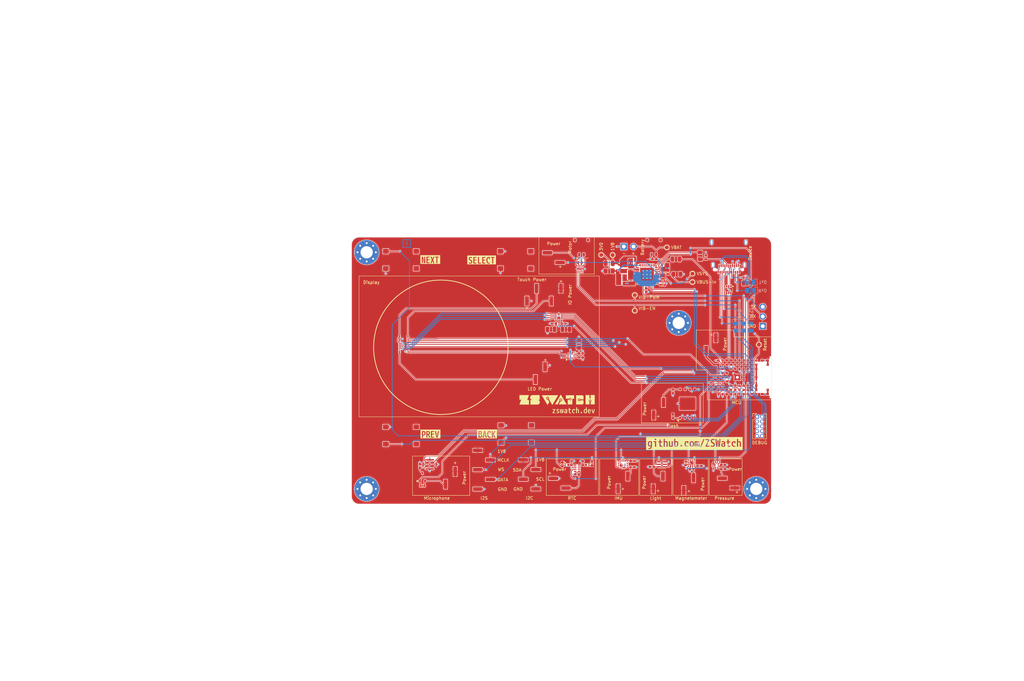
<source format=kicad_pcb>
(kicad_pcb (version 20241229) (generator "pcbnew") (generator_version "9.0")
  (title_block (title "ZSWatch v3") (date "2025-05-05") (rev "0") (company "github.com/jakkra/ZSWatch-HW"))
  (layers (0 "F.Cu" signal) (4 "In1.Cu" power "Inner1") (6 "In2.Cu" power "Inner2") (2 "B.Cu" signal) (13 "F.Paste" user) (15 "B.Paste" user) (5 "F.SilkS" user "F.Silkscreen") (7 "B.SilkS" user "B.Silkscreen") (1 "F.Mask" user) (3 "B.Mask" user) (25 "Edge.Cuts" user))
  (net 0 "")
  (net 1 "GND")
  (net 2 "+1V8")
  (net 3 "LEDK2")
  (net 4 "LEDK1")
  (net 5 "Net-(IC101-VBUS)")
  (net 6 "/MCU/LIS2MDL-INT")
  (net 7 "DISPLAY-BLK")
  (net 8 "QSPI-CS")
  (net 9 "QSPI-IO1")
  (net 10 "QSPI-IO2")
  (net 11 "QSPI-IO0")
  (net 12 "QSPI-CLK")
  (net 13 "QSPI-IO3")
  (net 14 "Net-(IC101-VOUT2)")
  (net 15 "TOUCH-INT")
  (net 16 "TOUCH-SCL")
  (net 17 "TOUCH-SDA")
  (net 18 "TOUCH-RST")
  (net 19 "DISPLAY-EN")
  (net 20 "/MCU/APDS-INT")
  (net 22 "Net-(MK201-VDD)")
  (net 23 "Net-(IC204-C1)")
  (net 24 "Net-(IC101-SW1)")
  (net 25 "Net-(IC101-SW2)")
  (net 30 "Net-(IC101-VSET2)")
  (net 31 "Net-(IC101-VSET1)")
  (net 32 "RESETn")
  (net 33 "DISPLAY-CS")
  (net 34 "DISPLAY-CLK")
  (net 35 "+3V0")
  (net 36 "/MCU/BMI270-INT")
  (net 37 "Net-(IC101-VOUT1)")
  (net 38 "Net-(IC101-VBUSOUT)")
  (net 44 "/MCU/~{RTC-INT}")
  (net 54 "Net-(IC302-ISET)")
  (net 55 "DISPLAY-DC")
  (net 56 "DISPLAY-RST")
  (net 58 "DISPLAY-DATA")
  (net 59 "/MCU/PMIC-INT")
  (net 64 "/MCU/VIB-PWM")
  (net 65 "/MCU/VIB-EN")
  (net 67 "/MCU/MIC-CLK")
  (net 68 "Net-(IC201-VDD)")
  (net 69 "/MCU/MIC-DATA")
  (net 70 "/MCU/MIC-EN")
  (net 72 "Net-(IC202-VDD)")
  (net 73 "Net-(Q201-S)")
  (net 79 "Net-(IC203-VDD)")
  (net 80 "Net-(IC204-VDD)")
  (net 81 "Net-(IC302-VIN)")
  (net 83 "SWDCLK")
  (net 84 "SWDIO")
  (net 85 "Net-(IC307-SCL)")
  (net 86 "Net-(IC307-SDA)")
  (net 87 "Net-(IC303-VCC)")
  (net 90 "/MCU/SW3")
  (net 91 "/MCU/SDA")
  (net 92 "/MCU/SCL")
  (net 93 "USB-D-")
  (net 94 "USB-D+")
  (net 95 "/MCU/USB-VBUS-In")
  (net 96 "/MCU/SW1")
  (net 97 "TxD")
  (net 98 "Net-(M301A-VDDH)")
  (net 99 "/MCU/SW4")
  (net 100 "/MCU/USB-VBUS-Out")
  (net 101 "RxD")
  (net 102 "/MCU/CC2")
  (net 103 "/MCU/CC1")
  (net 104 "Net-(X209-Pin_2)")
  (net 105 "/Peripherals/VBAT")
  (net 106 "/Peripherals/VSYS")
  (net 107 "/MCU/SW2")
  (net 119 "Net-(X103-SBU1)")
  (net 120 "Net-(X103-TX1-)")
  (net 121 "Net-(X103-TX1+)")
  (net 122 "Net-(X103-RX1+)")
  (net 123 "Net-(X103-RX1-)")
  (net 124 "Net-(X210-Pin_2)")
  (net 125 "Net-(X103-CC1)")
  (net 126 "Net-(X103-CC2)")
  (net 127 "Net-(IC107-I{slash}O2-Pad3)")
  (net 128 "Net-(IC107-I{slash}O1-Pad1)")
  (net 129 "Net-(IC307-VDD)")
  (net 130 "Net-(IC306-VDD)")
  (net 131 "Net-(IC305-VCCB)")
  (net 132 "Net-(IC305-VCCA)")
  (net 136 "Net-(IC306-OUT+)")
  (net 137 "Net-(IC306-OUT-)")
  (net 138 "Net-(IC305-B1)")
  (net 139 "Net-(IC305-B2)")
  (net 140 "Net-(IC305-B3)")
  (net 141 "Net-(IC305-B4)")
  (net 142 "Net-(X211-Pin_2)")
  (net 143 "/MCU/WS")
  (net 144 "/MCU/Data")
  (net 145 "/MCU/MCLK")
  (footprint "Resistor_SMD:R_0805_2012Metric" (layer "F.Cu") (at 208.6125 89.1)
    (property "Reference" "R105" (hide yes))
    (property "Value" "0R" (hide yes))
  )
  (footprint "Package_SOT_SMD:SOT-883" (layer "F.Cu") (at 166.8 136.72 180)
    (property "Reference" "Q302" (hide yes))
    (property "Value" "PMZ550UNEYL" (hide yes))
  )
  (footprint "Resistor_SMD:R_0805_2012Metric" (layer "F.Cu") (at 190.2 86.749 180)
    (property "Reference" "R119" (hide yes))
    (property "Value" "0R" (hide yes))
  )
  (footprint "Resistor_SMD:R_0805_2012Metric" (layer "F.Cu") (at 161.1875 101.2)
    (property "Reference" "R117" (hide yes))
    (property "Value" "0R" (hide yes))
  )
  (footprint "Package_TO_SOT_SMD:SOT-666" (layer "F.Cu") (at 203.8 90.7875 -90)
    (property "Reference" "IC107" (hide yes))
    (property "Value" "USBLC6-2P6" (hide yes))
  )
  (footprint "Wuerth:WS-TASV-6x6" (layer "F.Cu") (at 118 129)
    (property "Reference" "S303" (hide yes))
    (property "Value" "SW3" (hide yes))
  )
  (footprint "TestPoint:TestPoint_Pad_D1.0mm" (layer "F.Cu") (at 179.2 92.2)
    (property "Reference" "TP111" (hide yes))
    (property "Value" "VIB-PWM")
  )
  (footprint "Connector_PinHeader_2.54mm:PinHeader_1x02_P2.54mm_Vertical_SMD_Pin1Left" (layer "F.Cu") (at 157.955 82.4 180)
    (property "Reference" "X212" (hide yes))
    (property "Value" "Power")
  )
  (footprint "Wuerth:WS-TASV-6x6" (layer "F.Cu") (at 118 83)
    (property "Reference" "S304" (hide yes))
    (property "Value" "SW4" (hide yes))
  )
  (footprint "Connector_PinHeader_1.27mm:PinHeader_2x05_P1.27mm_Vertical" (layer "F.Cu") (at 211.23 124.06)
    (property "Reference" "X104" (hide yes))
    (property "Value" "DEBUG")
  )
  (footprint "Package_DFN_QFN:QFN-32-1EP_5x5mm_P0.5mm_EP3.6x3.6mm_ThermalVias" (layer "F.Cu") (at 182.38779 86.8304)
    (property "Reference" "IC101" (hide yes))
    (property "Value" "nPM1300-QEXX" (hide yes))
  )
  (footprint "Connector_PinHeader_2.54mm:PinHeader_1x02_P2.54mm_Vertical_SMD_Pin1Left" (layer "F.Cu") (at 130.9 140.1 -90)
    (property "Reference" "X201" (hide yes))
    (property "Value" "Power")
  )
  (footprint "Molex:78171-0002" (layer "F.Cu") (at 165.25 79.7 180)
    (property "Reference" "X102" (hide yes))
    (property "Value" "Motor")
  )
  (footprint "Broadcom:Broadcom_DFN-6_2x2mm_P0.65mm" (layer "F.Cu") (at 186.2925 136.55)
    (property "Reference" "IC201" (hide yes))
    (property "Value" "APDS-9306-065" (hide yes))
  )
  (footprint "Connector_PinHeader_2.54mm:PinHeader_1x02_P2.54mm_Vertical_SMD_Pin1Left" (layer "F.Cu") (at 154.43 112.655 -90)
    (property "Reference" "X209" (hide yes))
    (property "Value" "LED Power")
  )
  (footprint "Capacitor_SMD:C_0402_1005Metric" (layer "F.Cu") (at 184.3 82.8 180)
    (property "Reference" "C103" (hide yes))
    (property "Value" "2u2" (hide yes))
  )
  (footprint "Connector_PinHeader_2.54mm:PinHeader_1x04_P2.54mm_Vertical_SMD_Pin1Left" (layer "F.Cu") (at 151.645 139.19)
    (property "Reference" "X213" (hide yes))
    (property "Value" "I2C")
  )
  (footprint "kibuzzard-68304292" (layer "F.Cu") (at 125.65 82.9)
    (property "Reference" "kibuzzard-68304292" (hide yes))
    (property "Value" "G***" (hide yes))
  )
  (footprint "Connector_PinHeader_2.54mm:PinHeader_1x02_P2.54mm_Vertical_SMD_Pin1Left" (layer "F.Cu") (at 185.42 121.995 -90)
    (property "Reference" "X208" (hide yes))
    (property "Value" "Power")
  )
  (footprint "Package_QFN:WQFN-10_2x2mm_P0.5mm" (layer "F.Cu") (at 164.85 85.35 90)
    (property "Reference" "IC306" (hide yes))
    (property "Value" "DRV2603RUNT" (hide yes))
  )
  (footprint "Connector_PinHeader_2.54mm:PinHeader_1x02_P2.54mm_Vertical" (layer "F.Cu") (at 176.325 79.5 90)
    (property "Reference" "X1" (hide yes))
    (property "Value" "Battery" (hide yes))
  )
  (footprint "Connector_PinHeader_2.54mm:PinHeader_1x02_P2.54mm_Vertical_SMD_Pin1Left" (layer "F.Cu") (at 185.3 141.3 90)
    (property "Reference" "X204" (hide yes))
    (property "Value" "Power")
  )
  (footprint "Connector_PinHeader_2.54mm:PinHeader_1x05_P2.54mm_Vertical_SMD_Pin1Left" (layer "F.Cu") (at 139.745 137.96)
    (property "Reference" "X214" (hide yes))
    (property "Value" "I2S")
  )
  (footprint "Connector_PinHeader_2.54mm:PinHeader_1x02_P2.54mm_Vertical_SMD_Pin1Left" (layer "F.Cu") (at 193.3 141.745 90)
    (property "Reference" "X203" (hide yes))
    (property "Value" "Power")
  )
  (footprint "kibuzzard-68303879" (layer "F.Cu") (at 194.8 131.1)
    (property "Reference" "kibuzzard-68303879" (hide yes))
    (property "Value" "G***" (hide yes))
  )
  (footprint "Capacitor_SMD:C_0402_1005Metric" (layer "F.Cu") (at 192.5 136.275 -90)
    (property "Reference" "C208" (hide yes))
    (property "Value" "220n" (hide yes))
  )
  (footprint "Connector_PinHeader_2.54mm:PinHeader_1x02_P2.54mm_Vertical_SMD_Pin1Left" (layer "F.Cu") (at 158.6 92.1 -90)
    (property "Reference" "X211" (hide yes))
    (property "Value" "IO Power")
  )
  (footprint "Capacitor_SMD:C_0402_1005Metric" (layer "F.Cu") (at 164.1 139.22 180)
    (property "Reference" "C307" (hide yes))
    (property "Value" "100n" (hide yes))
  )
  (footprint "Package_SON:WSON-8-1EP_8x6mm_P1.27mm_EP3.4x4.3mm" (layer "F.Cu") (at 192.995 120.65 90)
    (property "Reference" "IC303" (hide yes))
    (property "Value" "MX25U51245GZ4I00" (hide yes))
  )
  (footprint "kibuzzard-68304289" (layer "F.Cu") (at 140.5 128.6)
    (property "Reference" "kibuzzard-68304289" (hide yes))
    (property "Value" "G***" (hide yes))
  )
  (footprint "Resistor_SMD:R_0402_1005Metric" (layer "F.Cu") (at 197.8 82.3 -90)
    (property "Reference" "R112" (hide yes))
    (property "Value" "5k1" (hide yes))
  )
  (footprint "TestPoint:TestPoint_Pad_D1.0mm" (layer "F.Cu") (at 173.4 81.7)
    (property "Reference" "TP101" (hide yes))
    (property "Value" "1V8")
  )
  (footprint "TestPoint:TestPoint_Pad_D1.0mm" (layer "F.Cu") (at 170.4 81.7)
    (property "Reference" "TP102" (hide yes))
    (property "Value" "3V0")
  )
  (footprint "Capacitor_SMD:C_0402_1005Metric" (layer "F.Cu") (at 189.17 117.4 90)
    (property "Reference" "C302" (hide yes))
    (property "Value" "100n" (hide yes))
  )
  (footprint "Connector_PinHeader_2.54mm:PinHeader_1x02_P2.54mm_Vertical_SMD_Pin1Left" (layer "F.Cu") (at 176.1 141.3 90)
    (property "Reference" "X205" (hide yes))
    (property "Value" "Power")
  )
  (footprint "Knowles:SPK0641HT4H-1" (layer "F.Cu") (at 125.485 136.575 -90)
    (property "Reference" "MK201" (hide yes))
    (property "Value" "SPK0641HT4H-1" (hide yes))
  )
  (footprint "Connector_PinHeader_2.54mm:PinHeader_1x03_P2.54mm_Vertical" (layer "F.Cu") (at 212.7 95.27)
    (property "Reference" "J1" (hide yes))
    (property "Value" "UART")
  )
  (footprint "Resistor_SMD:R_0402_1005Metric" (layer "F.Cu") (at 123.61 142.2)
    (property "Reference" "R201" (hide yes))
    (property "Value" "150k" (hide yes))
  )
  (footprint "Package_TO_SOT_SMD:SOT-323_SC-70" (layer "F.Cu") (at 123.61 139.9 90)
    (property "Reference" "Q201" (hide yes))
    (property "Value" "DMG1013UW-7" (hide yes))
  )
  (footprint "Package_SOT_SMD:SOT-883" (layer "F.Cu") (at 161.4 136.72)
    (property "Reference" "Q303" (hide yes))
    (property "Value" "PMZ550UNEYL" (hide yes))
  )
  (footprint "Resistor_SMD:R_0805_2012Metric" (layer "F.Cu") (at 172.5 83.9)
    (property "Reference" "R103" (hide yes))
    (property "Value" "0R" (hide yes))
  )
  (footprint "Resistor_SMD:R_0805_2012Metric" (layer "F.Cu") (at 157.275 101.2 180)
    (property "Reference" "R118" (hide yes))
    (property "Value" "0R" (hide yes))
  )
  (footprint "Resistor_SMD:R_0402_1005Metric" (layer "F.Cu") (at 208.21 87.6)
    (property "Reference" "R111" (hide yes))
    (property "Value" "5k1" (hide yes))
  )
  (footprint "Resistor_SMD:R_0402_1005Metric" (layer "F.Cu") (at 186.47941 89.5384 180)
    (property "Reference" "R102" (hide yes))
    (property "Value" "150k" (hide yes))
  )
  (footprint "Molex:78171-0002" (layer "F.Cu") (at 184.2 79.7 180)
    (property "Reference" "X101" (hide yes))
    (property "Value" "Battery")
  )
  (footprint "Capacitor_SMD:C_0402_1005Metric" (layer "F.Cu") (at 178.6125 135.7)
    (property "Reference" "C202" (hide yes))
    (property "Value" "100n" (hide yes))
  )
  (footprint "Micro Crystal:RV-8263-C8" (layer "F.Cu") (at 164.1 137.535)
    (property "Reference" "IC307" (hide yes))
    (property "Value" "RV-8263-C8" (hide yes))
  )
  (footprint "kibuzzard-68304278" (layer "F.Cu") (at 125.7 128.6)
    (property "Reference" "kibuzzard-68304278" (hide yes))
    (property "Value" "G***" (hide yes))
  )
  (footprint "Resistor_SMD:R_0402_1005Metric" (layer "F.Cu") (at 162.6 136.22 -90)
    (property "Reference" "R309" (hide yes))
    (property "Value" "4k7" (hide yes))
  )
  (footprint "Capacitor_SMD:C_0402_1005Metric" (layer "F.Cu") (at 186.87941 84.2384)
    (property "Reference" "C110" (hide yes))
    (property "Value" "1u" (hide yes))
  )
  (footprint "MountingHole:MountingHole_3.2mm_M3_Pad_Via" (layer "F.Cu") (at 109 81)
    (property "Reference" "REF**" (hide yes))
    (property "Value" "MountingHole_3.2mm_M3_Pad_Via" (hide yes))
  )
  (footprint "Connector_PinHeader_2.54mm:PinHeader_1x02_P2.54mm_Vertical_SMD_Pin1Left" (layer "F.Cu") (at 203.755 141.47 180)
    (property "Reference" "X202" (hide yes))
    (property "Value" "Power")
  )
  (footprint "Package_LGA_Kampi:Bosch_LGA-10_2x2mm_P0.5mm_ClockwisePinNumbering" (layer "F.Cu") (at 200.3 136.7575 -90)
    (property "Reference" "IC203" (hide yes))
    (property "Value" "BMP581" (hide yes))
  )
  (footprint "Capacitor_SMD:C_0402_1005Metric" (layer "F.Cu") (at 164.8 83.7 180)
    (property "Reference" "C306" (hide yes))
    (property "Value" "100n" (hide yes))
  )
  (footprint "TestPoint:TestPoint_Pad_D1.0mm" (layer "F.Cu") (at 179.2 96.3)
    (property "Reference" "TP112" (hide yes))
    (property "Value" "VIB-EN")
  )
  (footprint "kibuzzard-6830428E" (layer "F.Cu") (at 139.1 83)
    (property "Reference" "kibuzzard-6830428E" (hide yes))
    (property "Value" "G***" (hide yes))
  )
  (footprint "Connector_USB:USB_C_Receptacle_Amphenol_12401610E4-2A" (layer "F.Cu") (at 203.8 81.2 180)
    (property "Reference" "X103" (hide yes))
    (property "Value" "Device")
  )
  (footprint "TestPoint:TestPoint_Pad_D1.0mm" (layer "F.Cu") (at 211.7 105.2)
    (property "Reference" "TP110" (hide yes))
    (property "Value" "Reset")
  )
  (footprint "Capacitor_SMD:C_0603_1608Metric" (layer "F.Cu") (at 178.15141 88.4084 -90)
    (property "Reference" "C106" (hide yes))
    (property "Value" "10u" (hide yes))
  )
  (footprint "Capacitor_SMD:C_0402_1005Metric" (layer "F.Cu") (at 122.9 137.02 90)
    (property "Reference" "C204" (hide yes))
    (property "Value" "100n" (hide yes))
  )
  (footprint "Package_LGA_Kampi:Bosch_LGA-14_3x2.5mm_P0.5mm_LayoutBorder3x4y" (layer "F.Cu") (at 176.1 136.55)
    (property "Reference" "IC202" (hide yes))
    (property "Value" "BMI270" (hide yes))
  )
  (footprint "Resistor_SMD:R_0402_1005Metric" (layer "F.Cu") (at 168 136.32 90)
    (property "Reference" "R304" (hide yes))
    (property "Value" "1k8" (hide yes))
  )
  (footprint "Resistor_SMD:R_0805_2012Metric" (layer "F.Cu") (at 196.3 81.9 -90)
    (property "Reference" "R104" (hide yes))
    (property "Value" "0R" (hide yes))
  )
  (footprint "Inductor_SMD_Kampi:L_0806_2016" (layer "F.Cu") (at 175.73841 87.6594)
    (property "Reference" "L101" (hide yes))
    (property "Value" "2u2" (hide yes))
  )
  (footprint "uBlox:NORA-B106" (layer "F.Cu") (at 208 113.75)
    (property "Reference" "M301" (hide yes))
    (property "Value" "NORA-B106" (hide yes))
  )
  (footprint "Capacitor_SMD:C_0603_1608Metric" (layer "F.Cu") (at 178.15141 85.3734 90)
    (property "Reference" "C104" (hide yes))
    (property "Value" "10u" (hide yes))
  )
  (footprint "Capacitor_SMD:C_0402_1005Metric" (layer "F.Cu") (at 178.8096 82.9304 180)
    (property "Reference" "C107" (hide yes))
    (property "Value" "10u" (hide yes))
  )
  (footprint "Capacitor_SMD:C_0402_1005Metric" (layer "F.Cu") (at 175.77941 89.1384)
    (property "Reference" "C105" (hide yes))
    (property "Value" "10u" (hide yes))
  )
  (footprint "Capacitor_SMD:C_0402_1005Metric" (layer "F.Cu") (at 183.7075 137.2 180)
    (property "Reference" "C201" (hide yes))
    (property "Value" "100n" (hide yes))
  )
  (footprint "Connector_PinHeader_2.54mm:PinHeader_1x02_P2.54mm_Vertical_SMD_Pin1Left" (layer "F.Cu") (at 152.23 92.1 90)
    (property "Reference" "X210" (hide yes))
    (property "Value" "Touch Power")
  )
  (footprint "Capacitor_SMD:C_0402_1005Metric" (layer "F.Cu") (at 178.58 137.3 180)
    (property "Reference" "C203" (hide yes))
    (property "Value" "100n" (hide yes))
  )
  (footprint "Capacitor_SMD:C_0402_1005Metric" (layer "F.Cu") (at 165.08 107.5 180)
    (property "Reference" "C301" (hide yes))
    (property "Value" "1u" (hide yes))
  )
  (footprint "Package_LGA_Kampi:LGA-12_2x2mm_P0.5mm" (layer "F.Cu") (at 194.0625 136.225 -90)
    (property "Reference" "IC204" (hide yes))
    (property "Value" "LIS2MDLTR" (hide yes))
  )
  (footprint "Capacitor_SMD:C_0402_1005Metric" (layer "F.Cu") (at 196.1 136.975)
    (property "Reference" "C209" (hide yes))
    (property "Value" "10u" (hide yes))
  )
  (footprint "Inductor_SMD_Kampi:L_0806_2016" (layer "F.Cu") (at 176.24641 85.1194 -90)
    (property "Reference" "L102" (hide yes))
    (property "Value" "2u2" (hide yes))
  )
  (footprint "MountingHole:MountingHole_3.2mm_M3_Pad_Via" (layer "F.Cu") (at 109 143)
    (property "Reference" "REF**" (hide yes))
    (property "Value" "MountingHole_3.2mm_M3_Pad_Via" (hide yes))
  )
  (footprint "Capacitor_SMD:C_0603_1608Metric" (layer "F.Cu") (at 186.59062 86.269 90)
    (property "Reference" "C109" (hide yes))
    (property "Value" "10u" (hide yes))
  )
  (footprint "Resistor_SMD:R_0402_1005Metric" (layer "F.Cu") (at 165.6 136.22 -90)
    (property "Reference" "R313" (hide yes))
    (property "Value" "4k7" (hide yes))
  )
  (footprint "Wuerth:WS-TASV-6x6" (layer "F.Cu") (at 148.15 128.6)
    (property "Reference" "S302" (hide yes))
    (property "Value" "SW2" (hide yes))
  )
  (footprint "Capacitor_SMD:C_0402_1005Metric" (layer "F.Cu") (at 202.28 136.7 180)
    (property "Reference" "C206" (hide yes))
    (property "Value" "100n" (hide yes))
  )
  (footprint "Resistor_SMD:R_0805_2012Metric" (layer "F.Cu") (at 172.5 85.9)
    (property "Reference" "R108" (hide yes))
    (property "Value" "0R" (hide yes))
  )
  (footprint "Resistor_SMD:R_0402_1005Metric" (layer "F.Cu") (at 165.08 108.5375 180)
    (property "Reference" "R301" (hide yes))
    (property "Value" "12k" (hide yes))
  )
  (footprint "MountingHole:MountingHole_3.2mm_M3_Pad_Via" (layer "F.Cu") (at 211 143)
    (property "Reference" "REF**" (hide yes))
    (property "Value" "MountingHole_3.2mm_M3_Pad_Via" (hide yes))
  )
  (footprint "Package_DFN_QFN:UQFN-10_1.4x1.8mm_P0.4mm" (layer "F.Cu") (at 162.57 108.1375 90)
    (property "Reference" "IC302" (hide yes))
    (property "Value" "FAN5622SX" (hide yes))
  )
  (footprint "kibuzzard-68304463" (layer "F.Cu") (at 163.2 122.4)
    (property "Reference" "kibuzzard-68304463" (hide yes))
    (property "Value" "G***" (hide yes))
  )
  (footprint "Resistor_SMD:R_0805_2012Metric" (layer "F.Cu") (at 190 82.8)
    (property "Reference" "R109" (hide yes))
    (property "Value" "0R" (hide yes))
  )
  (footprint "Connector_PinHeader_2.54mm:PinHeader_1x02_P2.54mm_Vertical_SMD_Pin1Left" (layer "F.Cu") (at 159.5 141.5)
    (property "Reference" "X206" (hide yes))
    (property "Value" "Power")
  )
  (footprint "Resistor_SMD:R_0402_1005Metric" (layer "F.Cu") (at 189.17 123.91 -90)
    (property "Reference" "R302" (hide yes))
    (property "Value" "100k" (hide yes))
  )
  (footprint "Wuerth:WS-TASV-6x6" (layer "F.Cu") (at 148 83)
    (property "Reference" "S301" (hide yes))
    (property "Value" "SW1" (hide yes))
  )
  (footprint "TestPoint:TestPoint_Pad_D1.0mm" (layer "F.Cu") (at 187.6 79.725)
    (property "Reference" "TP107" (hide yes))
    (property "Value" "VBAT")
  )
  (footprint "Capacitor_SMD:C_0402_1005Metric" (layer "F.Cu") (at 158.075 99.7 180)
    (property "Reference" "C305" (hide yes))
    (property "Value" "100n" (hide yes))
  )
  (footprint "EastRising:ER-CON0.4-24P" (layer "F.Cu") (at 118.7 105.1 90)
    (property "Reference" "X302" (hide yes))
    (property "Value" "Display" (hide yes))
  )
  (footprint "Capacitor_SMD:C_0402_1005Metric" (layer "F.Cu") (at 202.32 137.8)
    (property "Reference" "C207" (hide yes))
    (property "Value" "100n" (hide yes))
  )
  (footprint "Capacitor_SMD:C_0402_1005Metric" (layer "F.Cu") (at 187.9 86.269 90)
    (property "Reference" "C101" (hide yes))
    (property "Value" "1u" (hide yes))
  )
  (footprint "Capacitor_SMD:C_0402_1005Metric" (layer "F.Cu") (at 182.13779 90.9 -90)
    (property "Reference" "C102" (hide yes))
    (property "Value" "100n" (hide yes))
  )
  (footprint "Resistor_SMD:R_0805_2012Metric" (layer "F.Cu") (at 164.57 105.1125 -90)
    (property "Reference" "R126" (hide yes))
    (property "Value" "0R" (hide yes))
  )
  (footprint "Package_QFN:XQFN-12-1.7x2mm_P0.4mm" (layer "F.Cu") (at 159.295 97.95 180)
    (property "Reference" "IC305" (hide yes))
    (property "Value" "NTS0104GU12" (hide yes))
  )
  (footprint "Resistor_SMD:R_0402_1005Metric" (layer "F.Cu") (at 186.47941 88.5804 180)
    (property "Reference" "R101" (hide yes))
    (property "Value" "47k" (hide yes))
  )
  (footprint "TestPoint:TestPoint_Pad_D1.0mm" (layer "F.Cu") (at 194.3 88.8)
    (property "Reference" "TP103" (hide yes))
    (property "Value" "VBUS-In")
  )
  (footprint "Capacitor_SMD:C_0402_1005Metric" (layer "F.Cu") (at 194.1 137.775 180)
    (property "Reference" "C211" (hide yes))
    (property "Value" "100n" (hide yes))
  )
  (footprint "TestPoint:TestPoint_Pad_D1.0mm" (layer "F.Cu") (at 194.3 86.6)
    (property "Reference" "TP106" (hide yes))
    (property "Value" "VSYS")
  )
  (footprint "MountingHole:MountingHole_3.2mm_M3_Pad_Via" (layer "F.Cu") (at 190.7 99.5)
    (property "Reference" "REF**" (hide yes))
    (property "Value" "MountingHole_3.2mm_M3_Pad_Via" (hide yes))
  )
  (footprint "footprints:Logo" (layer "F.Cu") (at 158.758797 119.581666)
    (property "Reference" "G***" (hide yes))
    (property "Value" "LOGO" (hide yes))
  )
  (footprint "Capacitor_SMD:C_0402_1005Metric" (layer "F.Cu") (at 160.5375 99.7)
    (property "Reference" "C304" (hide yes))
    (property "Value" "100n" (hide yes))
  )
  (footprint "Resistor_SMD:R_0402_1005Metric" (layer "F.Cu") (at 160.2 136.52 -90)
    (property "Reference" "R303" (hide yes))
    (property "Value" "1k8" (hide yes))
  )
  (footprint "Connector_PinHeader_2.54mm:PinHeader_1x02_P2.54mm_Vertical_SMD_Pin1Left" (layer "F.Cu") (at 199.15 105.05 90)
    (property "Reference" "X207" (hide yes))
    (property "Value" "Power")
  )
  (footprint "Resistor_SMD:R_0805_2012Metric" (layer "B.Cu") (at 205.6 100.6 90)
    (property "Reference" "R106" (hide yes))
    (property "Value" "0R" (hide yes))
  )
  (footprint "Resistor_SMD:R_0805_2012Metric" (layer "B.Cu") (at 209.6 100.6 90)
    (property "Reference" "R130" (hide yes))
    (property "Value" "0R" (hide yes))
  )
  (footprint "Resistor_SMD:R_0805_2012Metric" (layer "B.Cu") (at 207.6 100.6 90)
    (property "Reference" "R107" (hide yes))
    (property "Value" "0R" (hide yes))
  )
  (footprint "Resistor_SMD:R_0805_2012Metric" (layer "B.Cu") (at 209.5 91 180)
    (property "Reference" "R128" (hide yes))
    (property "Value" "0R" (hide yes))
  )
  (footprint "Resistor_SMD:R_0805_2012Metric" (layer "B.Cu") (at 209.4 88.8 180)
    (property "Reference" "R129" (hide yes))
    (property "Value" "0R" (hide yes))
  )
  (gr_rect (start 118.5 77.7) (end 120.5 79.7) (stroke (width 0.2)) (fill no) (layer "B.Cu"))
  (gr_rect (start 156 135.1) (end 169.7 144.7) (stroke (width 0.1)) (fill no) (layer "F.SilkS"))
  (gr_rect (start 107 87.2) (end 169.9 124.1) (stroke (width 0.1)) (fill no) (layer "F.SilkS"))
  (gr_line (start 195.3 101.4) (end 205.1 101.4) (stroke (width 0.1)) (layer "F.SilkS"))
  (gr_line (start 205.1 103.15) (end 205.1 101.4) (stroke (width 0.1)) (layer "F.SilkS"))
  (gr_rect (start 180.5 135.1275) (end 188.9 144.7) (stroke (width 0.1)) (fill no) (layer "F.SilkS"))
  (gr_rect (start 198.7 135.1) (end 207.3 144.7) (stroke (width 0.1)) (fill no) (layer "F.SilkS"))
  (gr_line (start 198.2 119.65) (end 214.85 119.65) (stroke (width 0.1)) (layer "F.SilkS"))
  (gr_line (start 195.3 111.8) (end 198.2 111.8) (stroke (width 0.1)) (layer "F.SilkS"))
  (gr_line (start 154.1 77.1) (end 154.1 86.7) (stroke (width 0.1)) (layer "F.SilkS"))
  (gr_circle (center 128.426075 105.889737) (end 110.816938 105.889737) (stroke (width 0.2)) (fill no) (layer "F.SilkS"))
  (gr_line (start 168.6 77.1) (end 168.6 86.7) (stroke (width 0.1)) (layer "F.SilkS"))
  (gr_line (start 214.85 103.15) (end 205.1 103.15) (stroke (width 0.1)) (layer "F.SilkS"))
  (gr_line (start 195.3 101.4) (end 195.3 111.8) (stroke (width 0.1)) (layer "F.SilkS"))
  (gr_rect (start 121 134.4) (end 136 144.7) (stroke (width 0.1)) (fill no) (layer "F.SilkS"))
  (gr_rect (start 180.95 115.3) (end 197.15 125.7) (stroke (width 0.1)) (fill no) (layer "F.SilkS"))
  (gr_line (start 154.1 86.7) (end 168.6 86.7) (stroke (width 0.1)) (layer "F.SilkS"))
  (gr_rect (start 170 135.1275) (end 180.2 144.7) (stroke (width 0.1)) (fill no) (layer "F.SilkS"))
  (gr_line (start 198.2 111.85) (end 198.2 119.65) (stroke (width 0.1)) (layer "F.SilkS"))
  (gr_rect (start 189.2 135.1) (end 198.4 144.7) (stroke (width 0.1)) (fill no) (layer "F.SilkS"))
  (gr_line (start 208.75 99.4) (end 208.75 98.6) (stroke (width 0.1)) (layer "B.SilkS"))
  (gr_line (start 210.55 90.15) (end 211.35 90.15) (stroke (width 0.1)) (layer "B.SilkS"))
  (gr_line (start 210.55 91.85) (end 211.35 91.85) (stroke (width 0.1)) (layer "B.SilkS"))
  (gr_line (start 208.75 98.6) (end 210.45 98.6) (stroke (width 0.1)) (layer "B.SilkS"))
  (gr_line (start 204.75 99.4) (end 204.75 98.6) (stroke (width 0.1)) (layer "B.SilkS"))
  (gr_line (start 212.55 99.4) (end 212.55 98.6) (stroke (width 0.1)) (layer "B.SilkS"))
  (gr_line (start 210.45 87.95) (end 211.25 87.95) (stroke (width 0.1)) (layer "B.SilkS"))
  (gr_line (start 210.45 89.65) (end 211.25 89.65) (stroke (width 0.1)) (layer "B.SilkS"))
  (gr_line (start 211.35 90.15) (end 211.35 91.85) (stroke (width 0.1)) (layer "B.SilkS"))
  (gr_line (start 208.45 98.6) (end 208.45 99.4) (stroke (width 0.1)) (layer "B.SilkS"))
  (gr_line (start 204.75 98.6) (end 208.45 98.6) (stroke (width 0.1)) (layer "B.SilkS"))
  (gr_line (start 211.25 87.95) (end 211.25 89.65) (stroke (width 0.1)) (layer "B.SilkS"))
  (gr_line (start 213 77) (end 107 77) (stroke (width 0.05)) (layer "Edge.Cuts"))
  (gr_line (start 107 147) (end 213 147) (stroke (width 0.05)) (layer "Edge.Cuts"))
  (gr_line (start 105 79) (end 105 145) (stroke (width 0.05)) (layer "Edge.Cuts"))
  (gr_arc (start 213 77) (mid 214.414214 77.585786) (end 215 79) (stroke (width 0.05)) (layer "Edge.Cuts"))
  (gr_arc (start 107 147) (mid 105.585786 146.414214) (end 105 145) (stroke (width 0.05)) (layer "Edge.Cuts"))
  (gr_line (start 215 145) (end 215 79) (stroke (width 0.05)) (layer "Edge.Cuts"))
  (gr_arc (start 215 145) (mid 214.414214 146.414214) (end 213 147) (stroke (width 0.05)) (layer "Edge.Cuts"))
  (gr_arc (start 105 79) (mid 105.585786 77.585786) (end 107 77) (stroke (width 0.05)) (layer "Edge.Cuts"))
  (gr_text "${REVISION}" (at 119.5 78.7 0) (layer "B.Cu") (effects (font (size 0.8 0.8) (thickness 0.12)) (justify mirror)))
  (gr_text "SDA" (at 148.4 138.05 0) (layer "F.SilkS") (effects (font (size 0.8 0.8) (thickness 0.12))))
  (gr_text "+" (at 156.4 139.3 0) (layer "F.SilkS") (effects (font (size 0.8 0.8) (thickness 0.12)) (justify left bottom)))
  (gr_text "+" (at 159.3 89 0) (layer "F.SilkS") (effects (font (size 0.8 0.8) (thickness 0.12)) (justify left bottom)))
  (gr_text "GND" (at 209.75 100.35 0) (layer "F.SilkS") (effects (font (size 0.8 0.8) (thickness 0.12))))
  (gr_text "+" (at 185.55 83.2 0) (layer "F.SilkS") (effects (font (size 0.8 0.8) (thickness 0.12)) (justify left bottom)))
  (gr_text "IMU" (at 173.8 145.9 0) (layer "F.SilkS") (effects (font (size 0.8 0.8) (thickness 0.12)) (justify left bottom)))
  (gr_text "SCL" (at 154.45 140.45 0) (layer "F.SilkS") (effects (font (size 0.8 0.8) (thickness 0.12))))
  (gr_text "+" (at 205.4 144.3 0) (layer "F.SilkS") (effects (font (size 0.8 0.8) (thickness 0.12)) (justify left bottom)))
  (gr_text "-" (at 175.8 81.7 0) (layer "F.SilkS") (effects (font (size 0.8 0.8) (thickness 0.12)) (justify left bottom)))
  (gr_text "MCU" (at 204.5 120.85 0) (layer "F.SilkS") (effects (font (size 0.8 0.8) (thickness 0.12)) (justify left bottom)))
  (gr_text "1V8" (at 154.45 135.35 0) (layer "F.SilkS") (effects (font (size 0.8 0.8) (thickness 0.12))))
  (gr_text "GND" (at 148.65 143.05 0) (layer "F.SilkS") (effects (font (size 0.8 0.8) (thickness 0.12))))
  (gr_text "Display" (at 108 89.35 0) (layer "F.SilkS") (effects (font (size 0.8 0.8) (thickness 0.12)) (justify left bottom)))
  (gr_text "+" (at 150.4 96 0) (layer "F.SilkS") (effects (font (size 0.8 0.8) (thickness 0.12)) (justify left bottom)))
  (gr_text "+" (at 159.1 85.2 0) (layer "F.SilkS") (effects (font (size 0.8 0.8) (thickness 0.12)) (justify left bottom)))
  (gr_text "-" (at 166.1 82.9 0) (layer "F.SilkS") (effects (font (size 0.8 0.8) (thickness 0.12)) (justify left bottom)))
  (gr_text "-" (at 181.95 83.2 0) (layer "F.SilkS") (effects (font (size 0.8 0.8) (thickness 0.12)) (justify left bottom)))
  (gr_text "TX" (at 210.25 95.25 0) (layer "F.SilkS") (effects (font (size 0.8 0.8) (thickness 0.12))))
  (gr_text "GND" (at 144.55 143.1 0) (layer "F.SilkS") (effects (font (size 0.8 0.8) (thickness 0.12))))
  (gr_text "+" (at 131.6 136.6 0) (layer "F.SilkS") (effects (font (size 0.8 0.8) (thickness 0.12)) (justify left bottom)))
  (gr_text "Magnetometer" (at 189.7 145.9 0) (layer "F.SilkS") (effects (font (size 0.8 0.8) (thickness 0.12)) (justify left bottom)))
  (gr_text "RTC" (at 161.6 145.9 0) (layer "F.SilkS") (effects (font (size 0.8 0.8) (thickness 0.12)) (justify left bottom)))
  (gr_text "+" (at 155.2 109.6 0) (layer "F.SilkS") (effects (font (size 0.8 0.8) (thickness 0.12)) (justify left bottom)))
  (gr_text "+" (at 198.7 103 0) (layer "F.SilkS") (effects (font (size 0.8 0.8) (thickness 0.12)) (justify left bottom)))
  (gr_text "MCLK" (at 144.8 135.45 0) (layer "F.SilkS") (effects (font (size 0.8 0.8) (thickness 0.12))))
  (gr_text "+" (at 184.8 124.4 0) (layer "F.SilkS") (effects (font (size 0.8 0.8) (thickness 0.12)) (justify left bottom)))
  (gr_text "1V8" (at 144.35 133.15 0) (layer "F.SilkS") (effects (font (size 0.8 0.8) (thickness 0.12))))
  (gr_text "Microphone" (at 123.9 145.9 0) (layer "F.SilkS") (effects (font (size 0.8 0.8) (thickness 0.12)) (justify left bottom)))
  (gr_text "+" (at 192.8 144 0) (layer "F.SilkS") (effects (font (size 0.8 0.8) (thickness 0.12)) (justify left bottom)))
  (gr_text "Light" (at 183.1 145.9 0) (layer "F.SilkS") (effects (font (size 0.8 0.8) (thickness 0.12)) (justify left bottom)))
  (gr_text "+" (at 175.5 143.4 0) (layer "F.SilkS") (effects (font (size 0.8 0.8) (thickness 0.12)) (justify left bottom)))
  (gr_text "WS" (at 144.2 137.9 0) (layer "F.SilkS") (effects (font (size 0.8 0.8) (thickness 0.12))))
  (gr_text "RX" (at 210.15 97.8 0) (layer "F.SilkS") (effects (font (size 0.8 0.8) (thickness 0.12))))
  (gr_text "Flash" (at 187.4 126.9 0) (layer "F.SilkS") (effects (font (size 0.8 0.8) (thickness 0.12)) (justify left bottom)))
  (gr_text "+" (at 163.5 82.9 0) (layer "F.SilkS") (effects (font (size 0.8 0.8) (thickness 0.12)) (justify left bottom)))
  (gr_text "Pressure" (at 200 145.9 0) (layer "F.SilkS") (effects (font (size 0.8 0.8) (thickness 0.12)) (justify left bottom)))
  (gr_text "DATA" (at 144.65 140.6 0) (layer "F.SilkS") (effects (font (size 0.8 0.8) (thickness 0.12))))
  (gr_text "+" (at 184.7 143.9 0) (layer "F.SilkS") (effects (font (size 0.8 0.8) (thickness 0.12)) (justify left bottom)))
  (gr_text "+" (at 178.25 81.7 0) (layer "F.SilkS") (effects (font (size 0.8 0.8) (thickness 0.12)) (justify left bottom)))
  (gr_text "SWD" (at 206.15 98.45 270) (layer "B.SilkS") (effects (font (size 0.8 0.8) (thickness 0.12)) (justify left bottom mirror)))
  (gr_text "~{RESET}" (at 209.05 98.5 270) (layer "B.SilkS") (effects (font (size 0.8 0.8) (thickness 0.12)) (justify left bottom mirror)))
  (gr_text "TxD" (at 213.85 88.8 180) (layer "B.SilkS") (effects (font (size 0.8 0.8) (thickness 0.12)) (justify right mirror)))
  (gr_text "RxD" (at 213.85 91 180) (layer "B.SilkS") (effects (font (size 0.8 0.8) (thickness 0.12)) (justify right mirror)))
  (segment (start 193.8125 136.625) (end 193.8125 136.9875) (width 0.2) (layer "F.Cu") (net 1))
  (segment (start 205.5 113.200005) (end 206.6 113.200005) (width 0.4) (layer "F.Cu") (net 1))
  (segment (start 211.000003 115.950002) (end 211.000003 114.8) (width 0.4) (layer "F.Cu") (net 1))
  (segment (start 190.5 120.65) (end 192.995 120.65) (width 0.2) (layer "F.Cu") (net 1))
  (segment (start 213.3 118.150003) (end 214 118.150003) (width 0.4) (layer "F.Cu") (net 1))
  (segment (start 187.08 135.9) (end 188 135.9) (width 0.2) (layer "F.Cu") (net 1))
  (segment (start 163.6 138.345) (end 163.6 139.2) (width 0.2) (layer "F.Cu") (net 1))
  (segment (start 183.82 82.42) (end 183.6 82.2) (width 0.2) (layer "F.Cu") (net 1))
  (segment (start 211.000003 117.050002) (end 211.000003 115.950002) (width 0.4) (layer "F.Cu") (net 1))
  (segment (start 200.8 136.1) (end 200.3 136.6) (width 0.127) (layer "F.Cu") (net 1))
  (segment (start 161.0175 99.7) (end 161.5875 99.7) (width 0.2) (layer "F.Cu") (net 1))
  (segment (start 203.8 90.2875) (end 203.6 90.4875) (width 0.2) (layer "F.Cu") (net 1))
  (segment (start 163.6 139.2) (end 163.62 139.22) (width 0.2) (layer "F.Cu") (net 1))
  (segment (start 201.3 85.3) (end 201.3 84.52) (width 0.2) (layer "F.Cu") (net 1))
  (segment (start 162.835 137.265) (end 162.6 137.5) (width 0.2) (layer "F.Cu") (net 1))
  (segment (start 206.55 85.25) (end 206.55 85.4) (width 0.2) (layer "F.Cu") (net 1))
  (segment (start 182.13779 91.38) (end 182.7 91.38) (width 0.2) (layer "F.Cu") (net 1))
  (segment (start 164.1 85.35) (end 164.4 85.35) (width 0.2) (layer "F.Cu") (net 1))
  (segment (start 200.3 137.52) (end 199.8 137.52) (width 0.2) (layer "F.Cu") (net 1))
  (segment (start 206.8 85) (end 206.55 85.25) (width 0.2) (layer "F.Cu") (net 1))
  (segment (start 163.57 107.2) (end 163.045 107.2) (width 0.2) (layer "F.Cu") (net 1))
  (segment (start 187.07941 89.5384) (end 186.98941 89.5384) (width 0.2) (layer "F.Cu") (net 1))
  (segment (start 193.3 136.475) (end 193.125 136.475) (width 0.2) (layer "F.Cu") (net 1))
  (segment (start 164.6 84.6) (end 164.6 84.3) (width 0.2) (layer "F.Cu") (net 1))
  (segment (start 164.32 83.6) (end 164.32 83.7) (width 0.2) (layer "F.Cu") (net 1))
  (segment (start 200.8 135.995) (end 200.8 136.1) (width 0.127) (layer "F.Cu") (net 1))
  (segment (start 199.8 137.52) (end 199.8 138.2) (width 0.2) (layer "F.Cu") (net 1))
  (segment (start 119.3475 106.5) (end 119.8 106.5) (width 0.2) (layer "F.Cu") (net 1))
  (segment (start 165.6 85.35) (end 164.8 85.35) (width 0.2) (layer "F.Cu") (net 1))
  (segment (start 119.1475 107) (end 119.1475 106.7) (width 0.2) (layer "F.Cu") (net 1))
  (segment (start 164.8 85.35) (end 164.1 85.35) (width 0.2) (layer "F.Cu") (net 1))
  (segment (start 182.7 137.2) (end 183.2275 137.2) (width 0.2) (layer "F.Cu") (net 1))
  (segment (start 205.5 114.300003) (end 205.5 113.200005) (width 0.4) (layer "F.Cu") (net 1))
  (segment (start 164.32 84.02) (end 164.32 83.7) (width 0.2) (layer "F.Cu") (net 1))
  (segment (start 176.1 136.8) (end 176.1 137.4625) (width 0.127) (layer "F.Cu") (net 1))
  (segment (start 164.6 85.15) (end 164.4 85.35) (width 0.2) (layer "F.Cu") (net 1))
  (segment (start 201.05 85.55) (end 201.3 85.3) (width 0.2) (layer "F.Cu") (net 1))
  (segment (start 205.8 114.300003) (end 206.6 114.300003) (width 0.4) (layer "F.Cu") (net 1))
  (segment (start 163.08 139.22) (end 163.62 139.22) (width 0.2) (layer "F.Cu") (net 1))
  (segment (start 206.55 85.4) (end 206.55 86.22) (width 0.2) (layer "F.Cu") (net 1))
  (segment (start 193.6625 136.475) (end 193.8125 136.625) (width 0.2) (layer "F.Cu") (net 1))
  (segment (start 197.2 136.975) (end 196.58 136.975) (width 0.2) (layer "F.Cu") (net 1))
  (segment (start 165.1 86.1) (end 165.1 85.65) (width 0.2) (layer "F.Cu") (net 1))
  (segment (start 212.5 118.150003) (end 213.3 118.150003) (width 0.4) (layer "F.Cu") (net 1))
  (segment (start 205 112.7) (end 205.5 113.2) (width 0.4) (layer "F.Cu") (net 1))
  (segment (start 127.7 136.575) (end 127.1975 136.575) (width 0.2) (layer "F.Cu") (net 1))
  (segment (start 157.595 99.7) (end 156.9875 99.7) (width 0.2) (layer "F.Cu") (net 1))
  (segment (start 153.3 143) (end 153.3 142) (width 0.2) (layer "F.Cu") (net 1))
  (segment (start 144.025 85.25) (end 144.025 86.4) (width 0.2) (layer "F.Cu") (net 1))
  (segment (start 165.59 108.5375) (end 165.59 109.1) (width 0.2) (layer "F.Cu") (net 1))
  (segment (start 193.62 137.38) (end 193.62 137.775) (width 0.2) (layer "F.Cu") (net 1))
  (segment (start 187.47941 89.1384) (end 186.98941 88.6484) (width 0.2) (layer "F.Cu") (net 1))
  (segment (start 206.8 84.52) (end 206.8 85) (width 0.2) (layer "F.Cu") (net 1))
  (segment (start 164.8 83.12) (end 164.32 83.6) (width 0.2) (layer "F.Cu") (net 1))
  (segment (start 187.47941 89.1384) (end 187.07941 89.5384) (width 0.2) (layer "F.Cu") (net 1))
  (segment (start 206.6 114.300003) (end 206.6 113.200005) (width 0.4) (layer "F.Cu") (net 1))
  (segment (start 211.000003 113.750001) (end 211.000003 111.550001) (width 0.4) (layer "F.Cu") (net 1))
  (segment (start 165.57 106.9) (end 165.56 106.91) (width 0.2) (layer "F.Cu") (net 1))
  (segment (start 117.61 104.1) (end 117.61 103.7) (width 0.2) (layer "F.Cu") (net 1))
  (segment (start 114.025 85.25) (end 114.025 86.525) (width 0.2) (layer "F.Cu") (net 1))
  (segment (start 183.6 82.2) (end 183.6 81.595) (width 0.2) (layer "F.Cu") (net 1))
  (segment (start 200.3 136.6) (end 200.3 137.52) (width 0.127) (layer "F.Cu") (net 1))
  (segment (start 163.6 137.265) (end 162.835 137.265) (width 0.2) (layer "F.Cu") (net 1))
  (segment (start 123.7375 136.54) (end 123.7725 136.575) (width 0.2) (layer "F.Cu") (net 1))
  (segment (start 193.8125 137.1875) (end 193.62 137.38) (width 0.2) (layer "F.Cu") (net 1))
  (segment (start 114.025 126.75) (end 115.1 126.75) (width 0.2) (layer "F.Cu") (net 1))
  (segment (start 205.5 114.300003) (end 205.8 114.300003) (width 0.4) (layer "F.Cu") (net 1))
  (segment (start 114.025 86.525) (end 114 86.55) (width 0.2) (layer "F.Cu") (net 1))
  (segment (start 179.6 137.3) (end 179.06 137.3) (width 0.2) (layer "F.Cu") (net 1))
  (segment (start 191.845 136.755) (end 192.5 136.755) (width 0.2) (layer "F.Cu") (net 1))
  (segment (start 176.325 79.5) (end 174.5 79.5) (width 0.2) (layer "F.Cu") (net 1))
  (segment (start 125.485 135.3625) (end 125.485 134.9) (width 0.2) (layer "F.Cu") (net 1))
  (segment (start 201.1 118.15) (end 202.2 117.05) (width 0.2) (layer "F.Cu") (net 1))
  (segment (start 164.6 84.6) (end 164.6 85.15) (width 0.2) (layer "F.Cu") (net 1))
  (segment (start 176.6 137.4625) (end 176.1 137.4625) (width 0.2) (layer "F.Cu") (net 1))
  (segment (start 183.82 82.8) (end 183.82 82.42) (width 0.2) (layer "F.Cu") (net 1))
  (segment (start 145.4 126.35) (end 145.45 126.4) (width 0.2) (layer "F.Cu") (net 1))
  (segment (start 193.8125 136.9875) (end 193.8125 137.1875) (width 0.2) (layer "F.Cu") (net 1))
  (segment (start 165.1 85.65) (end 164.8 85.35) (width 0.2) (layer "F.Cu") (net 1))
  (segment (start 166.1 85.35) (end 165.6 85.35) (width 0.2) (layer "F.Cu") (net 1))
  (segment (start 122.9 136.02) (end 122.9 136.54) (width 0.2) (layer "F.Cu") (net 1))
  (segment (start 211.000003 114.8) (end 211.000003 113.750001) (width 0.4) (layer "F.Cu") (net 1))
  (segment (start 117.61 103.7) (end 118.3475 103.7) (width 0.2) (layer "F.Cu") (net 1))
  (segment (start 176.6 137.4625) (end 176.6 136.6) (width 0.2) (layer "F.Cu") (net 1))
  (segment (start 139.76 143.04) (end 138.09 143.04) (width 0.2) (layer "F.Cu") (net 1))
  (segment (start 122.9 136.54) (end 123.7375 136.54) (width 0.2) (layer "F.Cu") (net 1))
  (segment (start 197.8 81.79) (end 197.8 81) (width 0.2) (layer "F.Cu") (net 1))
  (segment (start 208.696809 87.6) (end 208.72 87.6) (width 0.2) (layer "F.Cu") (net 1))
  (segment (start 159.295 97.6) (end 159.295 97.05) (width 0.2) (layer "F.Cu") (net 1))
  (segment (start 214 118.150003) (end 214 117.050005) (width 0.4) (layer "F.Cu") (net 1))
  (segment (start 186.98941 88.6484) (end 186.98941 88.5804) (width 0.2) (layer "F.Cu") (net 1))
  (segment (start 164.6 84.3) (end 164.32 84.02) (width 0.2) (layer "F.Cu") (net 1))
  (segment (start 212.5 109.350003) (end 213.3 109.350003) (width 0.4) (layer "F.Cu") (net 1))
  (segment (start 175.1 135.8) (end 176.1 136.8) (width 0.127) (layer "F.Cu") (net 1))
  (segment (start 201.05 86.22) (end 201.05 85.55) (width 0.2) (layer "F.Cu") (net 1))
  (segment (start 179.0925 135.7) (end 179.8 135.7) (width 0.2) (layer "F.Cu") (net 1))
  (segment (start 174.9375 135.8) (end 175.1 135.8) (width 0.127) (layer "F.Cu") (net 1))
  (segment (start 189.17 117.88) (end 189.17 118.5) (width 0.2) (layer "F.Cu") (net 1))
  (segment (start 119.1475 106.7) (end 119.3475 106.5) (width 0.2) (layer "F.Cu") (net 1))
  (segment (start 203.8 89.8625) (end 203.8 90.2875) (width 0.2) (layer "F.Cu") (net 1))
  (segment (start 211.000003 111.550001) (end 211.000003 110.45) (width 0.4) (layer "F.Cu") (net 1))
  (segment (start 213.3 109.350003) (end 214 109.350003) (width 0.4) (layer "F.Cu") (net 1))
  (segment (start 193.62 138.4) (end 193.62 137.775) (width 0.2) (layer "F.Cu") (net 1))
  (segment (start 202.8 137.8) (end 203.4 137.8) (width 0.2) (layer "F.Cu") (net 1))
  (segment (start 201.1 109.35) (end 200.4 109.35) (width 0.2) (layer "F.Cu") (net 1))
  (segment (start 202.76 136.7) (end 203.3 136.7) (width 0.2) (layer "F.Cu") (net 1))
  (segment (start 165.56 106.91) (end 165.56 107.5) (width 0.2) (layer "F.Cu") (net 1))
  (segment (start 193.125 136.475) (end 192.845 136.755) (width 0.2) (layer "F.Cu") (net 1))
  (segment (start 119.8 106.1) (end 119.8 106.5) (width 0.2) (layer "F.Cu") (net 1))
  (segment (start 202.2 110.45) (end 201.1 109.35) (width 0.2) (layer "F.Cu") (net 1))
  (segment (start 194.9 124.4) (end 194.9 123.7) (width 0.2) (layer "F.Cu") (net 1))
  (segment (start 214 109.350003) (end 214 110.450003) (width 0.4) (layer "F.Cu") (net 1))
  (segment (start 193.3 136.475) (end 193.6625 136.475) (width 0.2) (layer "F.Cu") (net 1))
  (segment (start 201.1 118.15) (end 201.1 118.8) (width 0.2) (layer "F.Cu") (net 1))
  (segment (start 208.248404 87.151596) (end 208.696809 87.6) (width 0.2) (layer "F.Cu") (net 1))
  (segment (start 192.845 136.755) (end 192.5 136.755) (width 0.2) (layer "F.Cu") (net 1))
  (segment (start 183.82 82.8) (end 183.2 82.8) (width 0.2) (layer "F.Cu") (net 1))
  (segment (start 144.175 126.35) (end 145.4 126.35) (width 0.2) (layer "F.Cu") (net 1))
  (segment (start 125.485 138.3) (end 125.485 137.7875) (width 0.2) (layer "F.Cu") (net 1))
  (segment (start 163.045 107.2) (end 162.77 107.475) (width 0.2) (layer "F.Cu") (net 1))
  (via (at 159.295 97.6) (size 0.45) (drill 0.25) (layers "F.Cu" "B.Cu") (net 1))
  (via (at 176.6 136.6) (size 0.45) (drill 0.25) (layers "F.Cu" "B.Cu") (net 1))
  (via (at 182.7 91.38) (size 0.45) (drill 0.25) (layers "F.Cu" "B.Cu") (net 1))
  (via (at 125.485 138.3) (size 0.45) (drill 0.25) (layers "F.Cu" "B.Cu") (net 1))
  (via (at 122.9 136.02) (size 0.45) (drill 0.25) (layers "F.Cu" "B.Cu") (net 1))
  (via (at 139.76 143.04) (size 0.45) (drill 0.25) (layers "F.Cu" "B.Cu") (net 1))
  (via (at 125.485 134.9) (size 0.45) (drill 0.25) (layers "F.Cu" "B.Cu") (net 1))
  (via (at 187.39062 85.145) (size 0.45) (drill 0.25) (layers "F.Cu" "B.Cu") (net 1))
  (via (at 127.7 136.575) (size 0.45) (drill 0.25) (layers "F.Cu" "B.Cu") (net 1))
  (via (at 208.248404 87.151596) (size 0.45) (drill 0.25) (layers "F.Cu" "B.Cu") (net 1))
  (via (at 189.17 118.5) (size 0.45) (drill 0.25) (layers "F.Cu" "B.Cu") (net 1))
  (via (at 163.08 139.22) (size 0.45) (drill 0.25) (layers "F.Cu" "B.Cu") (net 1))
  (via (at 199.8 138.2) (size 0.45) (drill 0.25) (layers "F.Cu" "B.Cu") (net 1))
  (via (at 115.1 126.75) (size 0.45) (drill 0.25) (layers "F.Cu" "B.Cu") (net 1))
  (via (at 193.62 138.4) (size 0.45) (drill 0.25) (layers "F.Cu" "B.Cu") (net 1))
  (via (at 118.3475 103.7) (size 0.45) (drill 0.25) (layers "F.Cu" "B.Cu") (net 1))
  (via (at 200.4 109.35) (size 0.45) (drill 0.25) (layers "F.Cu" "B.Cu") (net 1))
  (via (at 197.2 136.975) (size 0.45) (drill 0.25) (layers "F.Cu" "B.Cu") (net 1))
  (via (at 205 112.7) (size 0.45) (drill 0.25) (layers "F.Cu" "B.Cu") (net 1))
  (via (at 179.0636 85.0634) (size 0.45) (drill 0.25) (layers "F.Cu" "B.Cu") (net 1))
  (via (at 201.1 118.8) (size 0.45) (drill 0.25) (layers "F.Cu" "B.Cu") (net 1))
  (via (at 177.3872 89.1384) (size 0.45) (drill 0.25) (layers "F.Cu" "B.Cu") (net 1))
  (via (at 211.000003 114.8) (size 0.45) (drill 0.25) (layers "F.Cu" "B.Cu") (net 1))
  (via (at 114 86.55) (size 0.45) (drill 0.25) (layers "F.Cu" "B.Cu") (net 1))
  (via (at 206.55 85.4) (size 0.45) (drill 0.25) (layers "F.Cu" "B.Cu") (net 1))
  (via (at 153.3 142) (size 0.45) (drill 0.25) (layers "F.Cu" "B.Cu") (net 1))
  (via (at 203.3 136.7) (size 0.45) (drill 0.25) (layers "F.Cu" "B.Cu") (net 1))
  (via (at 203.6 90.4875) (size 0.45) (drill 0.25) (layers "F.Cu" "B.Cu") (net 1))
  (via (at 164.8 83.12) (size 0.45) (drill 0.25) (layers "F.Cu" "B.Cu") (net 1))
  (via (at 119.1475 107) (size 0.45) (drill 0.25) (layers "F.Cu" "B.Cu") (net 1))
  (via (at 177.7936 83.8194) (size 0.45) (drill 0.25) (layers "F.Cu" "B.Cu") (net 1))
  (via (at 188 135.9) (size 0.45) (drill 0.25) (layers "F.Cu" "B.Cu") (net 1))
  (via (at 187.99062 85.145) (size 0.45) (drill 0.25) (layers "F.Cu" "B.Cu") (net 1))
  (via (at 201.3 85.3) (size 0.45) (drill 0.25) (layers "F.Cu" "B.Cu") (net 1))
  (via (at 187.47941 89.1384) (size 0.45) (drill 0.25) (layers "F.Cu" "B.Cu") (net 1))
  (via (at 166.1 85.35) (size 0.45) (drill 0.25) (layers "F.Cu" "B.Cu") (net 1))
  (via (at 145.45 126.4) (size 0.45) (drill 0.25) (layers "F.Cu" "B.Cu") (net 1))
  (via (at 163.57 107.2) (size 0.45) (drill 0.25) (layers "F.Cu" "B.Cu") (net 1))
  (via (at 197.8 81) (size 0.45) (drill 0.25) (layers "F.Cu" "B.Cu") (net 1))
  (via (at 179.6 137.3) (size 0.45) (drill 0.25) (layers "F.Cu" "B.Cu") (net 1))
  (via (at 191.845 136.755) (size 0.45) (drill 0.25) (layers "F.Cu" "B.Cu") (net 1))
  (via (at 183.2 82.8) (size 0.45) (drill 0.25) (layers "F.Cu" "B.Cu") (net 1))
  (via (at 203.4 137.8) (size 0.45) (drill 0.25) (layers "F.Cu" "B.Cu") (net 1))
  (via (at 176.87941 89.1384) (size 0.45) (drill 0.25) (layers "F.Cu" "B.Cu") (net 1))
  (via (at 156.9875 99.7) (size 0.45) (drill 0.25) (layers "F.Cu" "B.Cu") (net 1))
  (via (at 178.4286 83.8194) (size 0.45) (drill 0.25) (layers "F.Cu" "B.Cu") (net 1))
  (via (at 161.5875 99.7) (size 0.45) (drill 0.25) (layers "F.Cu" "B.Cu") (net 1))
  (via (at 165.59 109.1) (size 0.45) (drill 0.25) (layers "F.Cu" "B.Cu") (net 1))
  (via (at 213.3 109.350003) (size 0.45) (drill 0.25) (layers "F.Cu" "B.Cu") (net 1))
  (via (at 179.8 135.7) (size 0.45) (drill 0.25) (layers "F.Cu" "B.Cu") (net 1))
  (via (at 213.3 118.150003) (size 0.45) (drill 0.25) (layers "F.Cu" "B.Cu") (net 1))
  (via (at 162.6 137.5) (size 0.45) (drill 0.25) (layers "F.Cu" "B.Cu") (net 1))
  (via (at 174.5 79.5) (size 0.45) (drill 0.25) (layers "F.Cu" "B.Cu") (net 1))
  (via (at 194.9 123.7) (size 0.45) (drill 0.25) (layers "F.Cu" "B.Cu") (net 1))
  (via (at 182.7 137.2) (size 0.45) (drill 0.25) (layers "F.Cu" "B.Cu") (net 1))
  (via (at 190.5 120.65) (size 0.45) (drill 0.25) (layers "F.Cu" "B.Cu") (net 1))
  (via (at 165.57 106.9) (size 0.45) (drill 0.25) (layers "F.Cu" "B.Cu") (net 1))
  (via (at 144.025 86.4) (size 0.45) (drill 0.25) (layers "F.Cu" "B.Cu") (net 1))
  (segment (start 182.13779 89.2804) (end 182.13779 90.42) (width 0.2) (layer "F.Cu") (net 2))
  (segment (start 199.8 135.995) (end 199.8 136.245) (width 0.2) (layer "F.Cu") (net 2))
  (segment (start 176.7115 135.6375) (end 176.6 135.6375) (width 0.2) (layer "F.Cu") (net 2))
  (segment (start 160.565 136.01) (end 161.05 136.495) (width 0.2) (layer "F.Cu") (net 2))
  (segment (start 176.9 135.449) (end 176.7115 135.6375) (width 0.2) (layer "F.Cu") (net 2))
  (segment (start 177.6 135.449) (end 177.851 135.7) (width 0.2) (layer "F.Cu") (net 2))
  (segment (start 177.6 135.449) (end 176.9 135.449) (width 0.2) (layer "F.Cu") (net 2))
  (segment (start 199.8 136.245) (end 199.5375 136.5075) (width 0.2) (layer "F.Cu") (net 2))
  (segment (start 194.8125 136.9875) (end 195.6075 136.9875) (width 0.2) (layer "F.Cu") (net 2))
  (segment (start 195.6075 136.9875) (end 195.62 136.975) (width 0.2) (layer "F.Cu") (net 2))
  (segment (start 201.0625 137.0075) (end 201.4925 137.0075) (width 0.2) (layer "F.Cu") (net 2))
  (segment (start 160.2 136.01) (end 160.565 136.01) (width 0.2) (layer "F.Cu") (net 2))
  (segment (start 201.4925 137.0075) (end 201.8 136.7) (width 0.2) (layer "F.Cu") (net 2))
  (segment (start 167.885 136.945) (end 168 136.83) (width 0.2) (layer "F.Cu") (net 2))
  (segment (start 177.851 135.7) (end 178.1325 135.7) (width 0.2) (layer "F.Cu") (net 2))
  (segment (start 167.15 136.945) (end 167.885 136.945) (width 0.2) (layer "F.Cu") (net 2))
  (segment (start 160 106.9) (end 119.8 106.9) (width 0.2) (layer "F.Cu") (net 3))
  (segment (start 161.7075 108.5375) (end 160 108.5375) (width 0.2) (layer "F.Cu") (net 3))
  (via (at 160 108.5375) (size 0.45) (drill 0.25) (layers "F.Cu" "B.Cu") (net 3))
  (via (at 160 106.9) (size 0.45) (drill 0.25) (layers "F.Cu" "B.Cu") (net 3))
  (segment (start 160 108.5375) (end 160 106.9) (width 0.2) (layer "B.Cu") (net 3))
  (segment (start 159.25 107.3) (end 159.6875 107.7375) (width 0.2) (layer "F.Cu") (net 4))
  (segment (start 119.8 107.3) (end 159.25 107.3) (width 0.2) (layer "F.Cu") (net 4))
  (segment (start 159.6875 107.7375) (end 161.7075 107.7375) (width 0.2) (layer "F.Cu") (net 4))
  (segment (start 185.92801 86.2898) (end 185.63741 86.5804) (width 0.2) (layer "F.Cu") (net 5))
  (segment (start 190.5 88.8) (end 189.2875 87.5875) (width 0.2) (layer "F.Cu") (net 5))
  (segment (start 187.9 86.749) (end 187.4408 86.2898) (width 0.2) (layer "F.Cu") (net 5))
  (segment (start 189.2875 86.749) (end 189.3 86.7365) (width 0.2) (layer "F.Cu") (net 5))
  (segment (start 185.63741 86.5804) (end 184.83779 86.5804) (width 0.2) (layer "F.Cu") (net 5))
  (segment (start 189.2875 87.5875) (end 189.2875 86.749) (width 0.2) (layer "F.Cu") (net 5))
  (segment (start 194.3 88.8) (end 190.5 88.8) (width 0.2) (layer "F.Cu") (net 5))
  (segment (start 187.9 86.749) (end 189.2875 86.749) (width 0.2) (layer "F.Cu") (net 5))
  (segment (start 187.4408 86.2898) (end 185.92801 86.2898) (width 0.2) (layer "F.Cu") (net 5))
  (segment (start 205.5 115.95) (end 205.5 115.3) (width 0.2) (layer "F.Cu") (net 6))
  (segment (start 193.3125 136.9875) (end 192.7 137.6) (width 0.2) (layer "F.Cu") (net 6))
  (via (at 205.5 115.3) (size 0.45) (drill 0.25) (layers "F.Cu" "B.Cu") (net 6))
  (via (at 192.7 137.6) (size 0.45) (drill 0.25) (layers "F.Cu" "B.Cu") (net 6))
  (via (at 198 137.6) (size 0.45) (drill 0.25) (layers "F.Cu" "B.Cu") (net 6))
  (segment (start 192.7 137.6) (end 198 137.6) (width 0.2) (layer "B.Cu") (net 6))
  (segment (start 203.881356 111.023305) (end 204.4 111.541949) (width 0.2) (layer "F.Cu") (net 7))
  (segment (start 162.37 107.475) (end 162.37 106.6) (width 0.2) (layer "F.Cu") (net 7))
  (segment (start 204.4 111.541949) (end 204.4 111.55) (width 0.2) (layer "F.Cu") (net 7))
  (via (at 162.37 106.6) (size 0.45) (drill 0.25) (layers "F.Cu" "B.Cu") (net 7))
  (via (at 203.881356 111.023305) (size 0.45) (drill 0.25) (layers "F.Cu" "B.Cu") (net 7))
  (segment (start 163.493305 111.023305) (end 162.37 109.9) (width 0.2) (layer "B.Cu") (net 7))
  (segment (start 203.881356 111.023305) (end 163.493305 111.023305) (width 0.2) (layer "B.Cu") (net 7))
  (segment (start 162.37 109.9) (end 162.37 106.6) (width 0.2) (layer "B.Cu") (net 7))
  (segment (start 191.7 123.8) (end 191.69 123.8) (width 0.2) (layer "F.Cu") (net 8))
  (segment (start 191.69 123.8) (end 191.09 124.4) (width 0.2) (layer "F.Cu") (net 8))
  (segment (start 189.17 124.42) (end 191.07 124.42) (width 0.2) (layer "F.Cu") (net 8))
  (segment (start 205.500002 119.1) (end 205.500002 118.150003) (width 0.2) (layer "F.Cu") (net 8))
  (segment (start 191.07 124.42) (end 191.09 124.4) (width 0.2) (layer "F.Cu") (net 8))
  (via (at 205.500002 119.1) (size 0.45) (drill 0.25) (layers "F.Cu" "B.Cu") (net 8))
  (via (at 191.7 123.8) (size 0.45) (drill 0.25) (layers "F.Cu" "B.Cu") (net 8))
  (segment (start 201.2 125.2) (end 193.1 125.2) (width 0.2) (layer "B.Cu") (net 8))
  (segment (start 205.500002 119.1) (end 205.500002 120.899998) (width 0.2) (layer "B.Cu") (net 8))
  (segment (start 205.500002 120.899998) (end 201.2 125.2) (width 0.2) (layer "B.Cu") (net 8))
  (segment (start 193.1 125.2) (end 191.7 123.8) (width 0.2) (layer "B.Cu") (net 8))
  (segment (start 204.974002 118.8) (end 204.974002 117.576002) (width 0.2) (layer "F.Cu") (net 9))
  (segment (start 192.4 124.4) (end 192.36 124.4) (width 0.2) (layer "F.Cu") (net 9))
  (segment (start 193 123.8) (end 192.4 124.4) (width 0.2) (layer "F.Cu") (net 9))
  (segment (start 204.974002 117.576002) (end 205.500002 117.050002) (width 0.2) (layer "F.Cu") (net 9))
  (via (at 204.974002 118.8) (size 0.45) (drill 0.25) (layers "F.Cu" "B.Cu") (net 9))
  (via (at 193 123.8) (size 0.45) (drill 0.25) (layers "F.Cu" "B.Cu") (net 9))
  (segment (start 201.087966 124.851) (end 194.051 124.851) (width 0.2) (layer "B.Cu") (net 9))
  (segment (start 204.974002 118.8) (end 204.974002 120.964964) (width 0.2) (layer "B.Cu") (net 9))
  (segment (start 194.051 124.851) (end 193 123.8) (width 0.2) (layer "B.Cu") (net 9))
  (segment (start 204.974002 120.964964) (end 201.087966 124.851) (width 0.2) (layer "B.Cu") (net 9))
  (segment (start 204.4 118.150003) (end 204.4 119.1) (width 0.2) (layer "F.Cu") (net 10))
  (segment (start 193.63 124.4) (end 193.63 124.37) (width 0.2) (layer "F.Cu") (net 10))
  (segment (start 193.63 124.37) (end 194.2 123.8) (width 0.2) (layer "F.Cu") (net 10))
  (via (at 204.4 119.1) (size 0.45) (drill 0.25) (layers "F.Cu" "B.Cu") (net 10))
  (via (at 194.2 123.8) (size 0.45) (drill 0.25) (layers "F.Cu" "B.Cu") (net 10))
  (segment (start 204.4 119.1) (end 204.4 121.077932) (width 0.2) (layer "B.Cu") (net 10))
  (segment (start 204.4 121.077932) (end 200.952932 124.525) (width 0.2) (layer "B.Cu") (net 10))
  (segment (start 194.925 124.525) (end 194.2 123.8) (width 0.2) (layer "B.Cu") (net 10))
  (segment (start 200.952932 124.525) (end 194.925 124.525) (width 0.2) (layer "B.Cu") (net 10))
  (segment (start 203.913051 116.613051) (end 204.350002 117.050002) (width 0.2) (layer "F.Cu") (net 11))
  (segment (start 203.913051 116.593475) (end 203.913051 116.613051) (width 0.2) (layer "F.Cu") (net 11))
  (segment (start 204.350002 117.050002) (end 204.4 117.050002) (width 0.2) (layer "F.Cu") (net 11))
  (segment (start 194.9 116.9) (end 195.9 116.9) (width 0.2) (layer "F.Cu") (net 11))
  (via (at 195.9 116.9) (size 0.45) (drill 0.25) (layers "F.Cu" "B.Cu") (net 11))
  (via (at 203.913051 116.593475) (size 0.45) (drill 0.25) (layers "F.Cu" "B.Cu") (net 11))
  (segment (start 196.2 116.6) (end 195.9 116.9) (width 0.2) (layer "B.Cu") (net 11))
  (segment (start 203.906526 116.6) (end 196.2 116.6) (width 0.2) (layer "B.Cu") (net 11))
  (segment (start 203.913051 116.593475) (end 203.906526 116.6) (width 0.2) (layer "B.Cu") (net 11))
  (segment (start 206.044952 117.600003) (end 206.050002 117.600003) (width 0.2) (layer "F.Cu") (net 12))
  (segment (start 193.63 116.9) (end 194.13 117.4) (width 0.2) (layer "F.Cu") (net 12))
  (segment (start 206.050002 117.600003) (end 206.600002 118.150003) (width 0.2) (layer "F.Cu") (net 12))
  (via (at 206.044952 117.600003) (size 0.45) (drill 0.25) (layers "F.Cu" "B.Cu") (net 12))
  (via (at 194.13 117.4) (size 0.45) (drill 0.25) (layers "F.Cu" "B.Cu") (net 12))
  (segment (start 195.562189 117.2) (end 195.713189 117.351) (width 0.2) (layer "B.Cu") (net 12))
  (segment (start 194.33 117.2) (end 195.562189 117.2) (width 0.2) (layer "B.Cu") (net 12))
  (segment (start 203.500003 117.600003) (end 206.044952 117.600003) (width 0.2) (layer "B.Cu") (net 12))
  (segment (start 196.086811 117.351) (end 196.337811 117.1) (width 0.2) (layer "B.Cu") (net 12))
  (segment (start 196.337811 117.1) (end 203 117.1) (width 0.2) (layer "B.Cu") (net 12))
  (segment (start 203 117.1) (end 203.500003 117.600003) (width 0.2) (layer "B.Cu") (net 12))
  (segment (start 194.13 117.4) (end 194.33 117.2) (width 0.2) (layer "B.Cu") (net 12))
  (segment (start 195.713189 117.351) (end 196.086811 117.351) (width 0.2) (layer "B.Cu") (net 12))
  (segment (start 192.86 116.4) (end 192.36 116.9) (width 0.2) (layer "F.Cu") (net 13))
  (segment (start 204.944949 116.499999) (end 204.944953 116.500003) (width 0.2) (layer "F.Cu") (net 13))
  (segment (start 204.944953 116.500003) (end 206.050003 116.500003) (width 0.2) (layer "F.Cu") (net 13))
  (segment (start 206.050003 116.500003) (end 206.600002 117.050002) (width 0.2) (layer "F.Cu") (net 13))
  (via (at 204.944949 116.499999) (size 0.45) (drill 0.25) (layers "F.Cu" "B.Cu") (net 13))
  (via (at 192.86 116.4) (size 0.45) (drill 0.25) (layers "F.Cu" "B.Cu") (net 13))
  (segment (start 204.54495 116.1) (end 193.16 116.1) (width 0.2) (layer "B.Cu") (net 13))
  (segment (start 204.944949 116.499999) (end 204.54495 116.1) (width 0.2) (layer "B.Cu") (net 13))
  (segment (start 193.16 116.1) (end 192.86 116.4) (width 0.2) (layer "B.Cu") (net 13))
  (segment (start 180.2066 84.3804) (end 180.63779 84.3804) (width 0.2) (layer "F.Cu") (net 14))
  (segment (start 172.5 83.092894) (end 172.5 84.9875) (width 0.2) (layer "F.Cu") (net 14))
  (segment (start 173.4125 85.9) (end 174.697 85.9) (width 0.4) (layer "F.Cu") (net 14))
  (segment (start 174.697 85.9) (end 174.7456 85.8514) (width 0.4) (layer "F.Cu") (net 14))
  (segment (start 170.4 81.7) (end 171.107106 81.7) (width 0.2) (layer "F.Cu") (net 14))
  (segment (start 172.5 84.9875) (end 173.4125 85.9) (width 0.2) (layer "F.Cu") (net 14))
  (segment (start 171.107106 81.7) (end 172.5 83.092894) (width 0.2) (layer "F.Cu") (net 14))
  (via (at 180.2066 84.3804) (size 0.45) (drill 0.25) (layers "F.Cu" "B.Cu") (net 14))
  (via (at 174.7456 85.8514) (size 0.45) (drill 0.25) (layers "F.Cu" "B.Cu") (net 14))
  (segment (start 180.2046 84.3784) (end 180.2066 84.3804) (width 0.3) (layer "B.Cu") (net 14))
  (segment (start 174.7456 85.8514) (end 176.2186 84.3784) (width 0.3) (layer "B.Cu") (net 14))
  (segment (start 176.2186 84.3784) (end 180.2046 84.3784) (width 0.3) (layer "B.Cu") (net 14))
  (segment (start 181.9 114.6) (end 179.5 114.6) (width 0.2) (layer "F.Cu") (net 15))
  (segment (start 202.2 114.844951) (end 202.75 114.294951) (width 0.2) (layer "F.Cu") (net 15))
  (segment (start 202.2 114.85) (end 202.2 114.844951) (width 0.2) (layer "F.Cu") (net 15))
  (segment (start 179.5 114.6) (end 163.25 98.35) (width 0.2) (layer "F.Cu") (net 15))
  (segment (start 163.25 98.35) (end 160.045 98.35) (width 0.2) (layer "F.Cu") (net 15))
  (via (at 181.9 114.6) (size 0.45) (drill 0.25) (layers "F.Cu" "B.Cu") (net 15))
  (via (at 202.75 114.294951) (size 0.45) (drill 0.25) (layers "F.Cu" "B.Cu") (net 15))
  (segment (start 202.444951 114.6) (end 202.75 114.294951) (width 0.2) (layer "B.Cu") (net 15))
  (segment (start 181.9 114.6) (end 202.444951 114.6) (width 0.2) (layer "B.Cu") (net 15))
  (segment (start 163.327932 97.95) (end 160.045 97.95) (width 0.2) (layer "F.Cu") (net 16))
  (segment (start 203.475003 114.85) (end 204 114.325003) (width 0.2) (layer "F.Cu") (net 16))
  (segment (start 182.3 114.1) (end 179.477932 114.1) (width 0.2) (layer "F.Cu") (net 16))
  (segment (start 179.477932 114.1) (end 163.327932 97.95) (width 0.2) (layer "F.Cu") (net 16))
  (segment (start 203.3 114.85) (end 203.475003 114.85) (width 0.2) (layer "F.Cu") (net 16))
  (via (at 182.3 114.1) (size 0.45) (drill 0.25) (layers "F.Cu" "B.Cu") (net 16))
  (via (at 204 114.325003) (size 0.45) (drill 0.25) (layers "F.Cu" "B.Cu") (net 16))
  (segment (start 182.3 114.1) (end 202.026 114.1) (width 0.2) (layer "B.Cu") (net 16))
  (segment (start 202.026 114.1) (end 202.3 113.826) (width 0.2) (layer "B.Cu") (net 16))
  (segment (start 202.3 113.826) (end 203.500997 113.826) (width 0.2) (layer "B.Cu") (net 16))
  (segment (start 203.500997 113.826) (end 204 114.325003) (width 0.2) (layer "B.Cu") (net 16))
  (segment (start 163.388966 97.55) (end 160.045 97.55) (width 0.2) (layer "F.Cu") (net 17))
  (segment (start 179.338966 113.5) (end 163.388966 97.55) (width 0.2) (layer "F.Cu") (net 17))
  (segment (start 182 113.5) (end 179.338966 113.5) (width 0.2) (layer "F.Cu") (net 17))
  (segment (start 204.2 113.75) (end 203.3 113.75) (width 0.2) (layer "F.Cu") (net 17))
  (via (at 204.2 113.75) (size 0.45) (drill 0.25) (layers "F.Cu" "B.Cu") (net 17))
  (via (at 182 113.5) (size 0.45) (drill 0.25) (layers "F.Cu" "B.Cu") (net 17))
  (segment (start 182 113.5) (end 203.95 113.5) (width 0.2) (layer "B.Cu") (net 17))
  (segment (start 203.95 113.5) (end 204.2 113.75) (width 0.2) (layer "B.Cu") (net 17))
  (segment (start 205.494951 111.55) (end 205.5 111.55) (width 0.2) (layer "F.Cu") (net 18))
  (segment (start 204.944951 111) (end 205.494951 111.55) (width 0.2) (layer "F.Cu") (net 18))
  (segment (start 186.1 111.5) (end 177.8 111.5) (width 0.2) (layer "F.Cu") (net 18))
  (segment (start 177.8 111.5) (end 163.45 97.15) (width 0.2) (layer "F.Cu") (net 18))
  (segment (start 163.45 97.15) (end 160.045 97.15) (width 0.2) (layer "F.Cu") (net 18))
  (via (at 186.1 111.5) (size 0.45) (drill 0.25) (layers "F.Cu" "B.Cu") (net 18))
  (via (at 204.944951 111) (size 0.45) (drill 0.25) (layers "F.Cu" "B.Cu") (net 18))
  (segment (start 204.444951 111.5) (end 204.944951 111) (width 0.2) (layer "B.Cu") (net 18))
  (segment (start 186.1 111.5) (end 204.444951 111.5) (width 0.2) (layer "B.Cu") (net 18))
  (segment (start 200.05 113.75) (end 201.1 113.75) (width 0.2) (layer "F.Cu") (net 19))
  (segment (start 182.3 115.2) (end 178.2 115.2) (width 0.2) (layer "F.Cu") (net 19))
  (segment (start 178.2 115.2) (end 163.3 100.3) (width 0.2) (layer "F.Cu") (net 19))
  (segment (start 159.295 98.85) (end 159.295 100.3) (width 0.2) (layer "F.Cu") (net 19))
  (segment (start 198.6 115.2) (end 200.05 113.75) (width 0.2) (layer "F.Cu") (net 19))
  (via (at 159.295 100.3) (size 0.45) (drill 0.25) (layers "F.Cu" "B.Cu") (net 19))
  (via (at 198.6 115.2) (size 0.45) (drill 0.25) (layers "F.Cu" "B.Cu") (net 19))
  (via (at 182.3 115.2) (size 0.45) (drill 0.25) (layers "F.Cu" "B.Cu") (net 19))
  (via (at 163.3 100.3) (size 0.45) (drill 0.25) (layers "F.Cu" "B.Cu") (net 19))
  (segment (start 163.3 100.3) (end 159.295 100.3) (width 0.2) (layer "B.Cu") (net 19))
  (segment (start 182.3 115.2) (end 198.6 115.2) (width 0.2) (layer "B.Cu") (net 19))
  (segment (start 187.08 137.2) (end 188.2 137.2) (width 0.2) (layer "F.Cu") (net 20))
  (segment (start 189.9 131.7) (end 197.2 131.7) (width 0.2) (layer "F.Cu") (net 20))
  (segment (start 203.3 125.6) (end 203.3 118.15) (width 0.2) (layer "F.Cu") (net 20))
  (segment (start 188.9 132.7) (end 189.9 131.7) (width 0.2) (layer "F.Cu") (net 20))
  (segment (start 197.2 131.7) (end 203.3 125.6) (width 0.2) (layer "F.Cu") (net 20))
  (segment (start 188.2 137.2) (end 188.9 136.5) (width 0.2) (layer "F.Cu") (net 20))
  (segment (start 188.9 136.5) (end 188.9 132.7) (width 0.2) (layer "F.Cu") (net 20))
  (segment (start 124.1 137.5) (end 122.9 137.5) (width 0.2) (layer "F.Cu") (net 22))
  (segment (start 124.6 137) (end 124.1 137.5) (width 0.2) (layer "F.Cu") (net 22))
  (segment (start 122.9 137.5) (end 122.9 138.19) (width 0.2) (layer "F.Cu") (net 22))
  (segment (start 122.9 138.19) (end 123.61 138.9) (width 0.2) (layer "F.Cu") (net 22))
  (segment (start 124.81 137) (end 124.6 137) (width 0.2) (layer "F.Cu") (net 22))
  (segment (start 193 135.975) (end 192.82 135.795) (width 0.2) (layer "F.Cu") (net 23))
  (segment (start 193.3 135.975) (end 193 135.975) (width 0.2) (layer "F.Cu") (net 23))
  (segment (start 192.82 135.795) (end 192.5 135.795) (width 0.2) (layer "F.Cu") (net 23))
  (segment (start 179.2926 86.0804) (end 179.93779 86.0804) (width 0.2) (layer "F.Cu") (net 24))
  (segment (start 176.78479 85.4444) (end 176.80959 85.4196) (width 0.2) (layer "F.Cu") (net 24))
  (segment (start 178.6318 85.4196) (end 179.2926 86.0804) (width 0.2) (layer "F.Cu") (net 24))
  (segment (start 176.80959 85.4196) (end 178.6318 85.4196) (width 0.2) (layer "F.Cu") (net 24))
  (segment (start 178.9366 87.44559) (end 178.9366 88.11959) (width 0.2) (layer "F.Cu") (net 25))
  (segment (start 178.58279 88.4734) (end 177.35241 88.4734) (width 0.2) (layer "F.Cu") (net 25))
  (segment (start 179.93779 87.0804) (end 179.30179 87.0804) (width 0.2) (layer "F.Cu") (net 25))
  (segment (start 178.9366 88.11959) (end 178.58279 88.4734) (width 0.2) (layer "F.Cu") (net 25))
  (segment (start 177.35241 88.4734) (end 176.53841 87.6594) (width 0.2) (layer "F.Cu") (net 25))
  (segment (start 179.30179 87.0804) (end 178.9366 87.44559) (width 0.2) (layer "F.Cu") (net 25))
  (segment (start 185.70741 89.5384) (end 185.96941 89.5384) (width 0.2) (layer "F.Cu") (net 30))
  (segment (start 185.44941 89.2804) (end 185.70741 89.5384) (width 0.2) (layer "F.Cu") (net 30))
  (segment (start 184.13779 89.2804) (end 185.44941 89.2804) (width 0.2) (layer "F.Cu") (net 30))
  (segment (start 184.83779 88.5804) (end 185.96941 88.5804) (width 0.2) (layer "F.Cu") (net 31))
  (segment (start 211.7 107.6) (end 210.426 108.874) (width 0.2) (layer "F.Cu") (net 32))
  (segment (start 210.418644 116.476695) (end 210.418644 116.468644) (width 0.2) (layer "F.Cu") (net 32))
  (segment (start 210.426 108.874) (end 210.426 115.424) (width 0.2) (layer "F.Cu") (net 32))
  (segment (start 211.7 107.6) (end 211.7 105.2) (width 0.2) (layer "F.Cu") (net 32))
  (segment (start 211.7 103.4) (end 210.6 102.3) (width 0.2) (layer "F.Cu") (net 32))
  (segment (start 211.7 105.2) (end 211.7 103.4) (width 0.2) (layer "F.Cu") (net 32))
  (segment (start 210.418644 116.468644) (end 209.9 115.95) (width 0.2) (layer "F.Cu") (net 32))
  (segment (start 210.426 115.424) (end 209.9 115.95) (width 0.2) (layer "F.Cu") (net 32))
  (via (at 210.418644 116.476695) (size 0.45) (drill 0.25) (layers "F.Cu" "B.Cu") (net 32))
  (via (at 210.6 102.3) (size 0.45) (drill 0.25) (layers "F.Cu" "B.Cu") (net 32))
  (segment (start 210.8 118.135983) (end 210.8 116.858051) (width 0.2) (layer "B.Cu") (net 32))
  (segment (start 213.552 120.890966) (end 213.152 120.490966) (width 0.2) (layer "B.Cu") (net 32))
  (segment (start 210.6 102.3) (end 209.8125 101.5125) (width 0.2) (layer "B.Cu") (net 32))
  (segment (start 210.8 116.858051) (end 210.418644 116.476695) (width 0.2) (layer "B.Cu") (net 32))
  (segment (start 213.552 128.088) (end 213.552 120.890966) (width 0.2) (layer "B.Cu") (net 32))
  (segment (start 213.152 120.487983) (end 210.8 118.135983) (width 0.2) (layer "B.Cu") (net 32))
  (segment (start 212.5 129.14) (end 213.552 128.088) (width 0.2) (layer "B.Cu") (net 32))
  (segment (start 213.152 120.490966) (end 213.152 120.487983) (width 0.2) (layer "B.Cu") (net 32))
  (segment (start 119.8 104.1) (end 161.1 104.1) (width 0.2) (layer "F.Cu") (net 33))
  (segment (start 202.2 115.95) (end 201.65 115.4) (width 0.2) (layer "F.Cu") (net 33))
  (segment (start 201.65 115.4) (end 200.4 115.4) (width 0.2) (layer "F.Cu") (net 33))
  (via (at 161.1 104.1) (size 0.45) (drill 0.25) (layers "F.Cu" "B.Cu") (net 33))
  (via (at 173.55 104.1) (size 0.45) (drill 0.25) (layers "F.Cu" "B.Cu") (net 33))
  (via (at 200.4 115.4) (size 0.45) (drill 0.25) (layers "F.Cu" "B.Cu") (net 33))
  (segment (start 173.55 104.1) (end 161.1 104.1) (width 0.2) (layer "B.Cu") (net 33))
  (segment (start 120.45 104.5) (end 119.8 104.5) (width 0.2) (layer "F.Cu") (net 34))
  (segment (start 161.5 104.6) (end 120.55 104.6) (width 0.2) (layer "F.Cu") (net 34))
  (segment (start 120.55 104.6) (end 120.45 104.5) (width 0.2) (layer "F.Cu") (net 34))
  (segment (start 202.2 118.15) (end 202.2 118.8) (width 0.2) (layer "F.Cu") (net 34))
  (via (at 175.1 104.6) (size 0.45) (drill 0.25) (layers "F.Cu" "B.Cu") (net 34))
  (via (at 202.2 118.8) (size 0.45) (drill 0.25) (layers "F.Cu" "B.Cu") (net 34))
  (via (at 161.5 104.6) (size 0.45) (drill 0.25) (layers "F.Cu" "B.Cu") (net 34))
  (segment (start 161.5 104.6) (end 175.1 104.6) (width 0.2) (layer "B.Cu") (net 34))
  (segment (start 171.5875 85.9) (end 170.7 85.9) (width 0.2) (layer "F.Cu") (net 35))
  (segment (start 164.57 104.2) (end 164.57 103.15) (width 0.2) (layer "F.Cu") (net 35))
  (segment (start 150.96 93.755) (end 152.13 93.755) (width 0.2) (layer "F.Cu") (net 35))
  (segment (start 156.3625 102.2) (end 156.3625 101.2) (width 0.2) (layer "F.Cu") (net 35))
  (segment (start 156.9 110.6) (end 156.5 111) (width 0.2) (layer "F.Cu") (net 35))
  (segment (start 156.5 111) (end 155.7 111) (width 0.2) (layer "F.Cu") (net 35))
  (via (at 164.57 103.15) (size 0.45) (drill 0.25) (layers "F.Cu" "B.Cu") (net 35))
  (via (at 156.9 110.6) (size 0.45) (drill 0.25) (layers "F.Cu" "B.Cu") (net 35))
  (via (at 152.13 93.755) (size 0.45) (drill 0.25) (layers "F.Cu" "B.Cu") (net 35))
  (via (at 156.3625 102.2) (size 0.45) (drill 0.25) (layers "F.Cu" "B.Cu") (net 35))
  (via (at 170.7 85.9) (size 0.45) (drill 0.25) (layers "F.Cu" "B.Cu") (net 35))
  (segment (start 196.3 118.6) (end 196.3 126.2) (width 0.2) (layer "F.Cu") (net 36))
  (segment (start 200.05 114.85) (end 196.3 118.6) (width 0.2) (layer "F.Cu") (net 36))
  (segment (start 174.5 137.3) (end 174.9375 137.3) (width 0.2) (layer "F.Cu") (net 36))
  (segment (start 195.7 129.4) (end 175.2 129.4) (width 0.2) (layer "F.Cu") (net 36))
  (segment (start 196.3 128.8) (end 195.7 129.4) (width 0.2) (layer "F.Cu") (net 36))
  (segment (start 175.2 129.4) (end 174.3 130.3) (width 0.2) (layer "F.Cu") (net 36))
  (segment (start 196.3 127.8) (end 196.3 128.8) (width 0.2) (layer "F.Cu") (net 36))
  (segment (start 174.3 130.3) (end 174.3 137.1) (width 0.2) (layer "F.Cu") (net 36))
  (segment (start 201.1 114.85) (end 200.05 114.85) (width 0.2) (layer "F.Cu") (net 36))
  (segment (start 174.3 137.1) (end 174.5 137.3) (width 0.2) (layer "F.Cu") (net 36))
  (via (at 196.3 126.2) (size 0.45) (drill 0.25) (layers "F.Cu" "B.Cu") (net 36))
  (via (at 196.3 127.8) (size 0.45) (drill 0.25) (layers "F.Cu" "B.Cu") (net 36))
  (segment (start 196.3 126.2) (end 196.3 127.8) (width 0.2) (layer "B.Cu") (net 36))
  (segment (start 173.4 83.8875) (end 173.4125 83.9) (width 0.2) (layer "F.Cu") (net 37))
  (segment (start 179.93779 85.0804) (end 179.2896 84.43221) (width 0.2) (layer "F.Cu") (net 37))
  (segment (start 179.2896 84.43221) (end 179.2896 82.9304) (width 0.2) (layer "F.Cu") (net 37))
  (segment (start 176.24641 84.3194) (end 175.0194 84.3194) (width 0.4) (layer "F.Cu") (net 37))
  (segment (start 173.4 81.7) (end 173.4 83.8875) (width 0.2) (layer "F.Cu") (net 37))
  (segment (start 174.6 83.9) (end 173.4125 83.9) (width 0.4) (layer "F.Cu") (net 37))
  (segment (start 175.0194 84.3194) (end 174.6 83.9) (width 0.4) (layer "F.Cu") (net 37))
  (segment (start 185.6116 86.0804) (end 184.83779 86.0804) (width 0.2) (layer "F.Cu") (net 38))
  (segment (start 186.32222 84.2384) (end 185.821 84.73962) (width 0.2) (layer "F.Cu") (net 38))
  (segment (start 185.821 85.871) (end 185.6116 86.0804) (width 0.2) (layer "F.Cu") (net 38))
  (segment (start 186.39941 84.2384) (end 186.32222 84.2384) (width 0.2) (layer "F.Cu") (net 38))
  (segment (start 189.0875 82.8) (end 187.83781 82.8) (width 0.2) (layer "F.Cu") (net 38))
  (segment (start 187.83781 82.8) (end 186.39941 84.2384) (width 0.2) (layer "F.Cu") (net 38))
  (segment (start 185.821 84.73962) (end 185.821 85.871) (width 0.2) (layer "F.Cu") (net 38))
  (segment (start 163.6 140.3) (end 163.1 140.3) (width 0.2) (layer "F.Cu") (net 44))
  (segment (start 198.6 125.2) (end 196.8 127) (width 0.2) (layer "F.Cu") (net 44))
  (segment (start 200.15 115.95) (end 198.6 117.5) (width 0.2) (layer "F.Cu") (net 44))
  (segment (start 198.6 117.5) (end 198.6 125.2) (width 0.2) (layer "F.Cu") (net 44))
  (segment (start 163.1 140.3) (end 162.6 139.8) (width 0.2) (layer "F.Cu") (net 44))
  (segment (start 162.6 138.3) (end 163.095 137.805) (width 0.2) (layer "F.Cu") (net 44))
  (segment (start 171.3 127) (end 169 129.3) (width 0.2) (layer "F.Cu") (net 44))
  (segment (start 169 129.3) (end 169 140.3) (width 0.2) (layer "F.Cu") (net 44))
  (segment (start 201.1 115.95) (end 200.15 115.95) (width 0.2) (layer "F.Cu") (net 44))
  (segment (start 196.8 127) (end 171.3 127) (width 0.2) (layer "F.Cu") (net 44))
  (segment (start 163.095 137.805) (end 163.6 137.805) (width 0.2) (layer "F.Cu") (net 44))
  (segment (start 162.6 139.8) (end 162.6 138.3) (width 0.2) (layer "F.Cu") (net 44))
  (via (at 163.6 140.3) (size 0.45) (drill 0.25) (layers "F.Cu" "B.Cu") (net 44))
  (via (at 169 140.3) (size 0.45) (drill 0.25) (layers "F.Cu" "B.Cu") (net 44))
  (segment (start 169 140.3) (end 163.6 140.3) (width 0.2) (layer "B.Cu") (net 44))
  (segment (start 163.4325 108.5375) (end 164.57 108.5375) (width 0.2) (layer "F.Cu") (net 54))
  (segment (start 161.5 105.7) (end 119.8 105.7) (width 0.2) (layer "F.Cu") (net 55))
  (segment (start 199.6 117.6) (end 200.3 117.6) (width 0.2) (layer "F.Cu") (net 55))
  (segment (start 200.3 117.6) (end 200.85 117.05) (width 0.2) (layer "F.Cu") (net 55))
  (segment (start 200.85 117.05) (end 201.1 117.05) (width 0.2) (layer "F.Cu") (net 55))
  (via (at 174 105.7) (size 0.45) (drill 0.25) (layers "F.Cu" "B.Cu") (net 55))
  (via (at 199.6 117.6) (size 0.45) (drill 0.25) (layers "F.Cu" "B.Cu") (net 55))
  (via (at 161.5 105.7) (size 0.45) (drill 0.25) (layers "F.Cu" "B.Cu") (net 55))
  (segment (start 161.5 105.7) (end 174 105.7) (width 0.2) (layer "B.Cu") (net 55))
  (segment (start 201.674 113.224) (end 202.2 113.75) (width 0.2) (layer "F.Cu") (net 56))
  (segment (start 177.3 103.6) (end 181.474 107.774) (width 0.2) (layer "F.Cu") (net 56))
  (segment (start 161.5 103.6) (end 127.6 103.6) (width 0.2) (layer "F.Cu") (net 56))
  (segment (start 181.474 107.774) (end 193.716136 107.774) (width 0.2) (layer "F.Cu") (net 56))
  (segment (start 127.5 103.7) (end 119.8 103.7) (width 0.2) (layer "F.Cu") (net 56))
  (segment (start 199.166136 113.224) (end 201.674 113.224) (width 0.2) (layer "F.Cu") (net 56))
  (segment (start 127.6 103.6) (end 127.5 103.7) (width 0.2) (layer "F.Cu") (net 56))
  (segment (start 193.716136 107.774) (end 199.166136 113.224) (width 0.2) (layer "F.Cu") (net 56))
  (via (at 177.3 103.6) (size 0.45) (drill 0.25) (layers "F.Cu" "B.Cu") (net 56))
  (via (at 161.5 103.6) (size 0.45) (drill 0.25) (layers "F.Cu" "B.Cu") (net 56))
  (segment (start 177.3 103.6) (end 161.5 103.6) (width 0.2) (layer "B.Cu") (net 56))
  (segment (start 202.74495 117.600001) (end 202.749999 117.600001) (width 0.2) (layer "F.Cu") (net 58))
  (segment (start 120.5 105.1) (end 161.1 105.1) (width 0.2) (layer "F.Cu") (net 58))
  (segment (start 120.3 105.3) (end 120.5 105.1) (width 0.2) (layer "F.Cu") (net 58))
  (segment (start 202.749999 117.600001) (end 203.3 117.05) (width 0.2) (layer "F.Cu") (net 58))
  (segment (start 119.8 105.3) (end 120.3 105.3) (width 0.2) (layer "F.Cu") (net 58))
  (via (at 161.1 105.1) (size 0.45) (drill 0.25) (layers "F.Cu" "B.Cu") (net 58))
  (via (at 202.74495 117.600001) (size 0.45) (drill 0.25) (layers "F.Cu" "B.Cu") (net 58))
  (via (at 176.8 105.1) (size 0.45) (drill 0.25) (layers "F.Cu" "B.Cu") (net 58))
  (segment (start 176.8 105.1) (end 161.1 105.1) (width 0.2) (layer "B.Cu") (net 58))
  (segment (start 181.48879 89.739132) (end 181.48879 89.735986) (width 0.2) (layer "F.Cu") (net 59))
  (segment (start 181.48879 89.735986) (end 181.63779 89.586986) (width 0.2) (layer "F.Cu") (net 59))
  (segment (start 181.63779 89.586986) (end 181.63779 89.2804) (width 0.2) (layer "F.Cu") (net 59))
  (segment (start 181.4 91.8) (end 181.4 89.827922) (width 0.2) (layer "F.Cu") (net 59))
  (segment (start 181.4 89.827922) (end 181.48879 89.739132) (width 0.2) (layer "F.Cu") (net 59))
  (segment (start 207.7 92.4) (end 207.7 109.35) (width 0.2) (layer "F.Cu") (net 59))
  (segment (start 182 92.4) (end 181.4 91.8) (width 0.2) (layer "F.Cu") (net 59))
  (segment (start 197.6 92.4) (end 182 92.4) (width 0.2) (layer "F.Cu") (net 59))
  (via (at 207.7 92.4) (size 0.45) (drill 0.25) (layers "F.Cu" "B.Cu") (net 59))
  (via (at 197.6 92.4) (size 0.45) (drill 0.25) (layers "F.Cu" "B.Cu") (net 59))
  (segment (start 207.7 92.4) (end 197.6 92.4) (width 0.2) (layer "B.Cu") (net 59))
  (segment (start 168.4 93.7) (end 178.8 93.7) (width 0.2) (layer "F.Cu") (net 64))
  (segment (start 206.6 109.35) (end 206.6 93.7) (width 0.2) (layer "F.Cu") (net 64))
  (segment (start 164.6 86.1) (end 164.6 89.9) (width 0.2) (layer "F.Cu") (net 64))
  (segment (start 179.2 92.2) (end 179.2 93.3) (width 0.2) (layer "F.Cu") (net 64))
  (segment (start 179.2 93.3) (end 178.8 93.7) (width 0.2) (layer "F.Cu") (net 64))
  (segment (start 197.6 93.7) (end 178.8 93.7) (width 0.2) (layer "F.Cu") (net 64))
  (segment (start 164.6 89.9) (end 168.4 93.7) (width 0.2) (layer "F.Cu") (net 64))
  (via (at 197.6 93.7) (size 0.45) (drill 0.25) (layers "F.Cu" "B.Cu") (net 64))
  (via (at 206.6 93.7) (size 0.45) (drill 0.25) (layers "F.Cu" "B.Cu") (net 64))
  (segment (start 197.6 93.7) (end 206.6 93.7) (width 0.2) (layer "B.Cu") (net 64))
  (segment (start 164.1 86.1) (end 164.1 89.9) (width 0.2) (layer "F.Cu") (net 65))
  (segment (start 179.5 94.8) (end 197.6 94.8) (width 0.2) (layer "F.Cu") (net 65))
  (segment (start 179.2 96.3) (end 179.2 95.1) (width 0.2) (layer "F.Cu") (net 65))
  (segment (start 179.2 95.1) (end 179.5 94.8) (width 0.2) (layer "F.Cu") (net 65))
  (segment (start 205.5 94.8) (end 205.5 109.35) (width 0.2) (layer "F.Cu") (net 65))
  (segment (start 164.1 89.9) (end 169 94.8) (width 0.2) (layer "F.Cu") (net 65))
  (segment (start 169 94.8) (end 179.5 94.8) (width 0.2) (layer "F.Cu") (net 65))
  (via (at 197.6 94.8) (size 0.45) (drill 0.25) (layers "F.Cu" "B.Cu") (net 65))
  (via (at 205.5 94.8) (size 0.45) (drill 0.25) (layers "F.Cu" "B.Cu") (net 65))
  (segment (start 205.5 94.8) (end 197.6 94.8) (width 0.2) (layer "B.Cu") (net 65))
  (segment (start 186.811034 112.65) (end 194.75 112.65) (width 0.2) (layer "F.Cu") (net 67))
  (segment (start 126.16 136.15) (end 126.41 136.15) (width 0.2) (layer "F.Cu") (net 67))
  (segment (start 165.6 128) (end 168.8 124.8) (width 0.2) (layer "F.Cu") (net 67))
  (segment (start 202.813051 112.193475) (end 203.269576 112.65) (width 0.2) (layer "F.Cu") (net 67))
  (segment (start 126.41 136.15) (end 134.56 128) (width 0.2) (layer "F.Cu") (net 67))
  (segment (start 134.56 128) (end 165.6 128) (width 0.2) (layer "F.Cu") (net 67))
  (segment (start 203.3 112.579999) (end 203.3 112.65) (width 0.2) (layer "F.Cu") (net 67))
  (segment (start 168.8 124.8) (end 174.661034 124.8) (width 0.2) (layer "F.Cu") (net 67))
  (segment (start 203.269576 112.65) (end 203.3 112.65) (width 0.2) (layer "F.Cu") (net 67))
  (segment (start 174.661034 124.8) (end 186.811034 112.65) (width 0.2) (layer "F.Cu") (net 67))
  (via (at 194.75 112.65) (size 0.45) (drill 0.25) (layers "F.Cu" "B.Cu") (net 67))
  (via (at 202.813051 112.193475) (size 0.45) (drill 0.25) (layers "F.Cu" "B.Cu") (net 67))
  (segment (start 202.356526 112.65) (end 202.813051 112.193475) (width 0.2) (layer "B.Cu") (net 67))
  (segment (start 194.75 112.65) (end 202.356526 112.65) (width 0.2) (layer "B.Cu") (net 67))
  (segment (start 184.1875 138.8875) (end 184.945 139.645) (width 0.2) (layer "F.Cu") (net 68))
  (segment (start 184.1875 137.2) (end 185.505 137.2) (width 0.2) (layer "F.Cu") (net 68))
  (segment (start 184.1825 137.205) (end 184.1875 137.2) (width 0.2) (layer "F.Cu") (net 68))
  (segment (start 184.1875 137.2) (end 184.1875 138.8875) (width 0.2) (layer "F.Cu") (net 68))
  (segment (start 184.945 139.645) (end 186.57 139.645) (width 0.2) (layer "F.Cu") (net 68))
  (segment (start 124.719172 136.15) (end 124.094 135.524828) (width 0.2) (layer "F.Cu") (net 69))
  (segment (start 202.194949 112.65) (end 201.64495 112.100001) (width 0.2) (layer "F.Cu") (net 69))
  (segment (start 134.424966 127.674) (end 165.464966 127.674) (width 0.2) (layer "F.Cu") (net 69))
  (segment (start 124.094 134.906) (end 124.6 134.4) (width 0.2) (layer "F.Cu") (net 69))
  (segment (start 168.664966 124.474) (end 174.526 124.474) (width 0.2) (layer "F.Cu") (net 69))
  (segment (start 127.698966 134.4) (end 134.424966 127.674) (width 0.2) (layer "F.Cu") (net 69))
  (segment (start 186.9 112.1) (end 194.4 112.1) (width 0.2) (layer "F.Cu") (net 69))
  (segment (start 124.094 135.524828) (end 124.094 134.906) (width 0.2) (layer "F.Cu") (net 69))
  (segment (start 174.526 124.474) (end 186.9 112.1) (width 0.2) (layer "F.Cu") (net 69))
  (segment (start 124.6 134.4) (end 127.698966 134.4) (width 0.2) (layer "F.Cu") (net 69))
  (segment (start 165.464966 127.674) (end 168.664966 124.474) (width 0.2) (layer "F.Cu") (net 69))
  (segment (start 202.2 112.65) (end 202.194949 112.65) (width 0.2) (layer "F.Cu") (net 69))
  (segment (start 124.81 136.15) (end 124.719172 136.15) (width 0.2) (layer "F.Cu") (net 69))
  (via (at 201.64495 112.100001) (size 0.45) (drill 0.25) (layers "F.Cu" "B.Cu") (net 69))
  (via (at 194.4 112.1) (size 0.45) (drill 0.25) (layers "F.Cu" "B.Cu") (net 69))
  (segment (start 201.644949 112.1) (end 201.64495 112.100001) (width 0.2) (layer "B.Cu") (net 69))
  (segment (start 194.4 112.1) (end 201.644949 112.1) (width 0.2) (layer "B.Cu") (net 69))
  (segment (start 203.95 115.5) (end 204.4 115.95) (width 0.2) (layer "F.Cu") (net 70))
  (segment (start 122.96 140.54) (end 123.6 139.9) (width 0.2) (layer "F.Cu") (net 70))
  (segment (start 122.96 140.9) (end 122.96 141.46) (width 0.2) (layer "F.Cu") (net 70))
  (segment (start 169.3 126.2) (end 187.8 126.2) (width 0.2) (layer "F.Cu") (net 70))
  (segment (start 122.96 140.9) (end 122.96 140.54) (width 0.2) (layer "F.Cu") (net 70))
  (segment (start 123.1 141.6) (end 123.1 142.2) (width 0.2) (layer "F.Cu") (net 70))
  (segment (start 123.6 139.9) (end 127.8 139.9) (width 0.2) (layer "F.Cu") (net 70))
  (segment (start 128.8 135.7) (end 135.7 128.8) (width 0.2) (layer "F.Cu") (net 70))
  (segment (start 128.8 138.9) (end 128.8 135.7) (width 0.2) (layer "F.Cu") (net 70))
  (segment (start 135.7 128.8) (end 166.7 128.8) (width 0.2) (layer "F.Cu") (net 70))
  (segment (start 166.7 128.8) (end 169.3 126.2) (width 0.2) (layer "F.Cu") (net 70))
  (segment (start 122.96 141.46) (end 123.1 141.6) (width 0.2) (layer "F.Cu") (net 70))
  (segment (start 127.8 139.9) (end 128.8 138.9) (width 0.2) (layer "F.Cu") (net 70))
  (via (at 203.95 115.5) (size 0.45) (drill 0.25) (layers "F.Cu" "B.Cu") (net 70))
  (via (at 187.8 126.2) (size 0.45) (drill 0.25) (layers "F.Cu" "B.Cu") (net 70))
  (segment (start 177.2625 137.3) (end 178.1 137.3) (width 0.2) (layer "F.Cu") (net 72))
  (segment (start 178.1 137.3) (end 178.1 138.915) (width 0.2) (layer "F.Cu") (net 72))
  (segment (start 178.1 138.915) (end 177.37 139.645) (width 0.2) (layer "F.Cu") (net 72))
  (segment (start 129.63 141.755) (end 129.055 141.755) (width 0.2) (layer "F.Cu") (net 73))
  (segment (start 124.26 140.9) (end 124.26 141.34) (width 0.2) (layer "F.Cu") (net 73))
  (segment (start 128.2 140.9) (end 124.26 140.9) (width 0.2) (layer "F.Cu") (net 73))
  (segment (start 124.26 141.34) (end 124.12 141.48) (width 0.2) (layer "F.Cu") (net 73))
  (segment (start 124.12 141.48) (end 124.12 142.2) (width 0.2) (layer "F.Cu") (net 73))
  (segment (start 129.055 141.755) (end 128.2 140.9) (width 0.2) (layer "F.Cu") (net 73))
  (segment (start 201.84 138.8525) (end 201.84 137.8) (width 0.2) (layer "F.Cu") (net 79))
  (segment (start 202.1 140.2) (end 202.1 139.1125) (width 0.2) (layer "F.Cu") (net 79))
  (segment (start 201.5 137.8) (end 201.22 137.52) (width 0.2) (layer "F.Cu") (net 79))
  (segment (start 201.84 137.8) (end 201.5 137.8) (width 0.2) (layer "F.Cu") (net 79))
  (segment (start 201.22 137.52) (end 200.8 137.52) (width 0.2) (layer "F.Cu") (net 79))
  (segment (start 202.1 139.1125) (end 201.84 138.8525) (width 0.2) (layer "F.Cu") (net 79))
  (segment (start 194.58 140.08) (end 194.57 140.09) (width 0.2) (layer "F.Cu") (net 80))
  (segment (start 194.58 137.775) (end 194.58 140.08) (width 0.2) (layer "F.Cu") (net 80))
  (segment (start 194.3125 136.9875) (end 194.3125 137.5075) (width 0.2) (layer "F.Cu") (net 80))
  (segment (start 194.3125 137.5075) (end 194.58 137.775) (width 0.2) (layer "F.Cu") (net 80))
  (segment (start 163.8325 107.7375) (end 164.07 107.5) (width 0.2) (layer "F.Cu") (net 81))
  (segment (start 164.6 107.5) (end 164.6 106.055) (width 0.2) (layer "F.Cu") (net 81))
  (segment (start 163.4325 107.7375) (end 163.8325 107.7375) (width 0.2) (layer "F.Cu") (net 81))
  (segment (start 164.6 106.055) (end 164.57 106.025) (width 0.2) (layer "F.Cu") (net 81))
  (segment (start 164.07 107.5) (end 164.6 107.5) (width 0.2) (layer "F.Cu") (net 81))
  (segment (start 210.325 117.475) (end 209.9 117.05) (width 0.2) (layer "F.Cu") (net 83))
  (via (at 210.325 117.475) (size 0.45) (drill 0.25) (layers "F.Cu" "B.Cu") (net 83))
  (segment (start 210.325 118.122017) (end 212.826 120.623017) (width 0.2) (layer "B.Cu") (net 83))
  (segment (start 207.6 103.5) (end 207.6 101.5125) (width 0.2) (layer "B.Cu") (net 83))
  (segment (start 210.325 117.475) (end 210.325 118.122017) (width 0.2) (layer "B.Cu") (net 83))
  (segment (start 209.967644 117.117644) (end 209.967644 105.867644) (width 0.2) (layer "B.Cu") (net 83))
  (segment (start 212.826 120.623017) (end 212.826 120.626) (width 0.2) (layer "B.Cu") (net 83))
  (segment (start 212.826 120.626) (end 213.226 121.026) (width 0.2) (layer "B.Cu") (net 83))
  (segment (start 213.226 121.026) (end 213.226 124.604) (width 0.2) (layer "B.Cu") (net 83))
  (segment (start 210.325 117.475) (end 209.9 117.05) (width 0.2) (layer "B.Cu") (net 83))
  (segment (start 210.325 117.475) (end 209.967644 117.117644) (width 0.2) (layer "B.Cu") (net 83))
  (segment (start 209.967644 105.867644) (end 207.6 103.5) (width 0.2) (layer "B.Cu") (net 83))
  (segment (start 213.226 124.604) (end 212.5 125.33) (width 0.2) (layer "B.Cu") (net 83))
  (segment (start 209.318644 117.568644) (end 208.8 117.05) (width 0.2) (layer "F.Cu") (net 84))
  (segment (start 209.318644 117.576695) (end 209.318644 117.568644) (width 0.2) (layer "F.Cu") (net 84))
  (via (at 209.318644 117.576695) (size 0.45) (drill 0.25) (layers "F.Cu" "B.Cu") (net 84))
  (segment (start 209.574 117.321339) (end 209.318644 117.576695) (width 0.2) (layer "B.Cu") (net 84))
  (segment (start 209.574 106.826) (end 209.574 117.321339) (width 0.2) (layer "B.Cu") (net 84))
  (segment (start 212.5 124.06) (end 212.5 120.758051) (width 0.2) (layer "B.Cu") (net 84))
  (segment (start 209.548 106.8) (end 205.6 102.852) (width 0.2) (layer "B.Cu") (net 84))
  (segment (start 205.6 102.852) (end 205.6 101.5125) (width 0.2) (layer "B.Cu") (net 84))
  (segment (start 212.5 120.758051) (end 209.318644 117.576695) (width 0.2) (layer "B.Cu") (net 84))
  (segment (start 165.6 136.73) (end 166.44 136.73) (width 0.2) (layer "F.Cu") (net 85))
  (segment (start 164.6 136.725) (end 165.595 136.725) (width 0.2) (layer "F.Cu") (net 85))
  (segment (start 165.595 136.725) (end 165.6 136.73) (width 0.2) (layer "F.Cu") (net 85))
  (segment (start 166.44 136.73) (end 166.45 136.72) (width 0.2) (layer "F.Cu") (net 85))
  (segment (start 162.59 136.72) (end 162.6 136.73) (width 0.2) (layer "F.Cu") (net 86))
  (segment (start 161.75 136.72) (end 162.59 136.72) (width 0.2) (layer "F.Cu") (net 86))
  (segment (start 162.6 136.73) (end 163.595 136.73) (width 0.2) (layer "F.Cu") (net 86))
  (segment (start 163.595 136.73) (end 163.6 136.725) (width 0.2) (layer "F.Cu") (net 86))
  (segment (start 186.69 118.41) (end 188.18 116.92) (width 0.2) (layer "F.Cu") (net 87))
  (segment (start 189.17 116.92) (end 191.07 116.92) (width 0.2) (layer "F.Cu") (net 87))
  (segment (start 188.18 116.92) (end 189.17 116.92) (width 0.2) (layer "F.Cu") (net 87))
  (segment (start 191.07 116.92) (end 191.09 116.9) (width 0.2) (layer "F.Cu") (net 87))
  (segment (start 186.69 120.34) (end 186.69 118.41) (width 0.2) (layer "F.Cu") (net 87))
  (segment (start 183.63779 89.83779) (end 183.9 90.1) (width 0.2) (layer "F.Cu") (net 90))
  (segment (start 183.63779 89.2804) (end 183.63779 89.83779) (width 0.2) (layer "F.Cu") (net 90))
  (segment (start 208.8 118.15) (end 208.8 119.1) (width 0.2) (layer "F.Cu") (net 90))
  (segment (start 118.25 131.25) (end 114.025 131.25) (width 0.2) (layer "F.Cu") (net 90))
  (via (at 208.8 119.1) (size 0.45) (drill 0.25) (layers "F.Cu" "B.Cu") (net 90))
  (via (at 183.9 130.25) (size 0.45) (drill 0.25) (layers "F.Cu" "B.Cu") (net 90))
  (via (at 183.9 90.1) (size 0.45) (drill 0.25) (layers "F.Cu" "B.Cu") (net 90))
  (via (at 118.25 131.25) (size 0.45) (drill 0.25) (layers "F.Cu" "B.Cu") (net 90))
  (segment (start 120.4 131.25) (end 121.4 130.25) (width 0.2) (layer "B.Cu") (net 90))
  (segment (start 202.05 130.25) (end 208.8 123.5) (width 0.2) (layer "B.Cu") (net 90))
  (segment (start 208.8 123.5) (end 208.8 119.1) (width 0.2) (layer "B.Cu") (net 90))
  (segment (start 118.25 131.25) (end 120.4 131.25) (width 0.2) (layer "B.Cu") (net 90))
  (segment (start 121.4 130.25) (end 202.05 130.25) (width 0.2) (layer "B.Cu") (net 90))
  (segment (start 184.2 132.8) (end 184.2 136.3125) (width 0.2) (layer "F.Cu") (net 91))
  (segment (start 161.05 136.945) (end 160.285 136.945) (width 0.2) (layer "F.Cu") (net 91))
  (segment (start 153.3 132.8) (end 153.3 137.92) (width 0.2) (layer "F.Cu") (net 91))
  (segment (start 185.505 136.55) (end 184.4375 136.55) (width 0.2) (layer "F.Cu") (net 91))
  (segment (start 195.4 91.3) (end 184 91.3) (width 0.2) (layer "F.Cu") (net 91))
  (segment (start 193.3125 135.4625) (end 193.3125 132.8) (width 0.2) (layer "F.Cu") (net 91))
  (segment (start 158.8 132.8) (end 158.8 136) (width 0.2) (layer "F.Cu") (net 91))
  (segment (start 158.8 136) (end 159.83 137.03) (width 0.2) (layer "F.Cu") (net 91))
  (segment (start 200.3 135.995) (end 200.3 132.8) (width 0.2) (layer "F.Cu") (net 91))
  (segment (start 184.4375 136.55) (end 184.2 136.3125) (width 0.2) (layer "F.Cu") (net 91))
  (segment (start 160.285 136.945) (end 160.2 137.03) (width 0.2) (layer "F.Cu") (net 91))
  (segment (start 208.8 115.95) (end 208.8 115.2) (width 0.2) (layer "F.Cu") (net 91))
  (segment (start 184 91.3) (end 182.63779 89.93779) (width 0.2) (layer "F.Cu") (net 91))
  (segment (start 159.83 137.03) (end 160.2 137.03) (width 0.2) (layer "F.Cu") (net 91))
  (segment (start 182.63779 89.93779) (end 182.63779 89.2804) (width 0.2) (layer "F.Cu") (net 91))
  (segment (start 175.6 132.8) (end 175.6 135.6375) (width 0.2) (layer "F.Cu") (net 91))
  (via (at 193.3125 132.8) (size 0.45) (drill 0.25) (layers "F.Cu" "B.Cu") (net 91))
  (via (at 208.8 115.2) (size 0.45) (drill 0.25) (layers "F.Cu" "B.Cu") (net 91))
  (via (at 200.3 132.8) (size 0.45) (drill 0.25) (layers "F.Cu" "B.Cu") (net 91))
  (via (at 184.2 132.8) (size 0.45) (drill 0.25) (layers "F.Cu" "B.Cu") (net 91))
  (via (at 153.3 132.8) (size 0.45) (drill 0.25) (layers "F.Cu" "B.Cu") (net 91))
  (via (at 195.4 91.3) (size 0.45) (drill 0.25) (layers "F.Cu" "B.Cu") (net 91))
  (via (at 175.6 132.8) (size 0.45) (drill 0.25) (layers "F.Cu" "B.Cu") (net 91))
  (via (at 158.8 132.8) (size 0.45) (drill 0.25) (layers "F.Cu" "B.Cu") (net 91))
  (segment (start 158.8 132.8) (end 175.6 132.8) (width 0.2) (layer "B.Cu") (net 91))
  (segment (start 198.1 107.6) (end 208 107.6) (width 0.2) (layer "B.Cu") (net 91))
  (segment (start 208 107.6) (end 208.8 108.4) (width 0.2) (layer "B.Cu") (net 91))
  (segment (start 209.5 132.1) (end 208.8 132.8) (width 0.2) (layer "B.Cu") (net 91))
  (segment (start 195.4 91.3) (end 195.4 104.9) (width 0.2) (layer "B.Cu") (net 91))
  (segment (start 184.2 132.8) (end 193.3125 132.8) (width 0.2) (layer "B.Cu") (net 91))
  (segment (start 208.8 118.3) (end 209.5 119) (width 0.2) (layer "B.Cu") (net 91))
  (segment (start 208.8 108.4) (end 208.8 115.2) (width 0.2) (layer "B.Cu") (net 91))
  (segment (start 153.3 132.8) (end 158.8 132.8) (width 0.2) (layer "B.Cu") (net 91))
  (segment (start 208.8 115.2) (end 208.8 118.3) (width 0.2) (layer "B.Cu") (net 91))
  (segment (start 195.4 104.9) (end 198.1 107.6) (width 0.2) (layer "B.Cu") (net 91))
  (segment (start 184.2 132.8) (end 175.6 132.8) (width 0.2) (layer "B.Cu") (net 91))
  (segment (start 200.3 132.8) (end 193.3125 132.8) (width 0.2) (layer "B.Cu") (net 91))
  (segment (start 209.5 119) (end 209.5 132.1) (width 0.2) (layer "B.Cu") (net 91))
  (segment (start 208.8 132.8) (end 200.3 132.8) (width 0.2) (layer "B.Cu") (net 91))
  (segment (start 207.7 115.95) (end 207.7 115.2) (width 0.2) (layer "F.Cu") (net 92))
  (segment (start 194.8125 135.4625) (end 194.8125 134.8) (width 0.2) (layer "F.Cu") (net 92))
  (segment (start 183.13779 89.976756) (end 183.861034 90.7) (width 0.2) (layer "F.Cu") (net 92))
  (segment (start 201.4 134.8) (end 206.7 134.8) (width 0.2) (layer "F.Cu") (net 92))
  (segment (start 183.861034 90.7) (end 194.8 90.7) (width 0.2) (layer "F.Cu") (net 92))
  (segment (start 168 135.81) (end 168 134.8) (width 0.2) (layer "F.Cu") (net 92))
  (segment (start 167.15 136.495) (end 167.315 136.495) (width 0.2) (layer "F.Cu") (net 92))
  (segment (start 208.226 133.274) (end 208.226 116.476) (width 0.2) (layer "F.Cu") (net 92))
  (segment (start 176.1 134.8) (end 176.1 135.6375) (width 0.2) (layer "F.Cu") (net 92))
  (segment (start 183.13779 89.2804) (end 183.13779 89.976756) (width 0.2) (layer "F.Cu") (net 92))
  (segment (start 167.315 136.495) (end 168 135.81) (width 0.2) (layer "F.Cu") (net 92))
  (segment (start 185.5 135.895) (end 185.505 135.9) (width 0.2) (layer "F.Cu") (net 92))
  (segment (start 185.5 134.8) (end 185.5 135.895) (width 0.2) (layer "F.Cu") (net 92))
  (segment (start 152 134.8) (end 152 136.2) (width 0.2) (layer "F.Cu") (net 92))
  (segment (start 201.4 136.17) (end 201.0625 136.5075) (width 0.2) (layer "F.Cu") (net 92))
  (segment (start 149.99 138.21) (end 149.99 140.46) (width 0.2) (layer "F.Cu") (net 92))
  (segment (start 185.505 134.805) (end 185.5 134.8) (width 0.2) (layer "F.Cu") (net 92))
  (segment (start 206.7 134.8) (end 208.226 133.274) (width 0.2) (layer "F.Cu") (net 92))
  (segment (start 201.4 134.8) (end 201.4 136.17) (width 0.2) (layer "F.Cu") (net 92))
  (segment (start 208.226 116.476) (end 207.7 115.95) (width 0.2) (layer "F.Cu") (net 92))
  (segment (start 152 136.2) (end 149.99 138.21) (width 0.2) (layer "F.Cu") (net 92))
  (via (at 201.4 134.8) (size 0.45) (drill 0.25) (layers "F.Cu" "B.Cu") (net 92))
  (via (at 168 134.8) (size 0.45) (drill 0.25) (layers "F.Cu" "B.Cu") (net 92))
  (via (at 194.8125 134.8) (size 0.45) (drill 0.25) (layers "F.Cu" "B.Cu") (net 92))
  (via (at 152 134.8) (size 0.45) (drill 0.25) (layers "F.Cu" "B.Cu") (net 92))
  (via (at 207.7 115.2) (size 0.45) (drill 0.25) (layers "F.Cu" "B.Cu") (net 92))
  (via (at 185.5 134.8) (size 0.45) (drill 0.25) (layers "F.Cu" "B.Cu") (net 92))
  (via (at 176.1 134.8) (size 0.45) (drill 0.25) (layers "F.Cu" "B.Cu") (net 92))
  (via (at 194.8 90.7) (size 0.45) (drill 0.25) (layers "F.Cu" "B.Cu") (net 92))
  (segment (start 194.8 105.1) (end 194.8 90.7) (width 0.2) (layer "B.Cu") (net 92))
  (segment (start 201.4 134.8) (end 194.8125 134.8) (width 0.2) (layer "B.Cu") (net 92))
  (segment (start 207.7 115.2) (end 207.7 108.6) (width 0.2) (layer "B.Cu") (net 92))
  (segment (start 207.7 108.6) (end 207.2 108.1) (width 0.2) (layer "B.Cu") (net 92))
  (segment (start 168 134.8) (end 176.1 134.8) (width 0.2) (layer "B.Cu") (net 92))
  (segment (start 197.8 108.1) (end 194.8 105.1) (width 0.2) (layer "B.Cu") (net 92))
  (segment (start 185.5 134.8) (end 194.8125 134.8) (width 0.2) (layer "B.Cu") (net 92))
  (segment (start 185.5 134.8) (end 176.1 134.8) (width 0.2) (layer "B.Cu") (net 92))
  (segment (start 152 134.8) (end 168 134.8) (width 0.2) (layer "B.Cu") (net 92))
  (segment (start 207.2 108.1) (end 197.8 108.1) (width 0.2) (layer "B.Cu") (net 92))
  (segment (start 204.075 108.574999) (end 204.075 92.6625) (width 0.2) (layer "F.Cu") (net 93))
  (segment (start 204.075 92.6625) (end 204.3375 92.4) (width 0.2) (layer "F.Cu") (net 93))
  (segment (start 204.4 108.899999) (end 204.075 108.574999) (width 0.2) (layer "F.Cu") (net 93))
  (segment (start 204.4 109.35) (end 204.4 108.899999) (width 0.2) (layer "F.Cu") (net 93))
  (segment (start 204.3375 92.4) (end 204.3375 91.6375) (width 0.2) (layer "F.Cu") (net 93))
  (segment (start 203.625 92.6625) (end 203.625 108.574999) (width 0.2) (layer "F.Cu") (net 94))
  (segment (start 203.3 108.899999) (end 203.3 109.35) (width 0.2) (layer "F.Cu") (net 94))
  (segment (start 203.625 108.574999) (end 203.3 108.899999) (width 0.2) (layer "F.Cu") (net 94))
  (segment (start 203.2625 92.3) (end 203.625 92.6625) (width 0.2) (layer "F.Cu") (net 94))
  (segment (start 203.2625 91.6375) (end 203.2625 92.3) (width 0.2) (layer "F.Cu") (net 94))
  (segment (start 205.3 85.3) (end 205.3 84.52) (width 0.2) (layer "F.Cu") (net 95))
  (segment (start 191.1125 86.749) (end 192 86.749) (width 0.2) (layer "F.Cu") (net 95))
  (segment (start 202.8 85.3) (end 202.8 84.52) (width 0.2) (layer "F.Cu") (net 95))
  (segment (start 203.8 91.342995) (end 204.073544 91.069451) (width 0.2) (layer "F.Cu") (net 95))
  (segment (start 203.8 91.7125) (end 203.8 91.342995) (width 0.2) (layer "F.Cu") (net 95))
  (segment (start 205.3 85.3) (end 205.05 85.55) (width 0.2) (layer "F.Cu") (net 95))
  (segment (start 205.05 85.55) (end 205.05 86.22) (width 0.2) (layer "F.Cu") (net 95))
  (segment (start 202.55 86.22) (end 202.55 85.55) (width 0.2) (layer "F.Cu") (net 95))
  (segment (start 202.55 85.55) (end 202.8 85.3) (width 0.2) (layer "F.Cu") (net 95))
  (via (at 205.3 85.3) (size 0.45) (drill 0.25) (layers "F.Cu" "B.Cu") (net 95))
  (via (at 192 86.749) (size 0.45) (drill 0.25) (layers "F.Cu" "B.Cu") (net 95))
  (via (at 202.8 85.3) (size 0.45) (drill 0.25) (layers "F.Cu" "B.Cu") (net 95))
  (via (at 204.073544 91.069451) (size 0.45) (drill 0.25) (layers "F.Cu" "B.Cu") (net 95))
  (segment (start 206.6 115.955049) (end 207.15 116.505049) (width 0.2) (layer "F.Cu") (net 96))
  (segment (start 145.2 80.75) (end 144.025 80.75) (width 0.2) (layer "F.Cu") (net 96))
  (segment (start 206.6 115.95) (end 206.6 115.955049) (width 0.2) (layer "F.Cu") (net 96))
  (via (at 145.2 80.75) (size 0.45) (drill 0.25) (layers "F.Cu" "B.Cu") (net 96))
  (via (at 180.7 128.6) (size 0.45) (drill 0.25) (layers "F.Cu" "B.Cu") (net 96))
  (via (at 207.15 116.505049) (size 0.45) (drill 0.25) (layers "F.Cu" "B.Cu") (net 96))
  (segment (start 202.2 128.6) (end 206.730356 124.069644) (width 0.2) (layer "B.Cu") (net 96))
  (segment (start 206.730356 124.069644) (end 206.730356 116.924693) (width 0.2) (layer "B.Cu") (net 96))
  (segment (start 206.730356 116.924693) (end 207.15 116.505049) (width 0.2) (layer "B.Cu") (net 96))
  (segment (start 180.7 128.6) (end 202.2 128.6) (width 0.2) (layer "B.Cu") (net 96))
  (segment (start 208.226 109.924) (end 207.7 110.45) (width 0.2) (layer "F.Cu") (net 97))
  (segment (start 208.226 93.224) (end 208.226 109.924) (width 0.2) (layer "F.Cu") (net 97))
  (via (at 208.226 93.224) (size 0.45) (drill 0.25) (layers "F.Cu" "B.Cu") (net 97))
  (segment (start 209.6 91.85) (end 209.6 89.5125) (width 0.2) (layer "B.Cu") (net 97))
  (segment (start 208.226 93.224) (end 209.374 93.224) (width 0.2) (layer "B.Cu") (net 97))
  (segment (start 209.6 89.5125) (end 210.3125 88.8) (width 0.2) (layer "B.Cu") (net 97))
  (segment (start 211.42 95.27) (end 212.7 95.27) (width 0.2) (layer "B.Cu") (net 97))
  (segment (start 208.226 93.224) (end 208.226 93.367694) (width 0.2) (layer "B.Cu") (net 97))
  (segment (start 209.374 93.224) (end 211.42 95.27) (width 0.2) (layer "B.Cu") (net 97))
  (segment (start 208.226 93.224) (end 209.6 91.85) (width 0.2) (layer "B.Cu") (net 97))
  (segment (start 210.3125 88.8) (end 210.3125 88.4875) (width 0.2) (layer "B.Cu") (net 97))
  (segment (start 201.1 111.550001) (end 202.2 111.550001) (width 0.4) (layer "F.Cu") (net 98))
  (segment (start 197.88 108.43) (end 197.88 106.705) (width 0.4) (layer "F.Cu") (net 98))
  (segment (start 199.9 110.45) (end 197.88 108.43) (width 0.4) (layer "F.Cu") (net 98))
  (segment (start 201.1 110.45) (end 199.9 110.45) (width 0.4) (layer "F.Cu") (net 98))
  (segment (start 201.1 110.45) (end 201.1 111.550001) (width 0.4) (layer "F.Cu") (net 98))
  (segment (start 207.181356 117.568644) (end 207.7 117.05) (width 0.2) (layer "F.Cu") (net 99))
  (segment (start 207.181356 117.576695) (end 207.181356 117.568644) (width 0.2) (layer "F.Cu") (net 99))
  (segment (start 117.7 80.75) (end 114.025 80.75) (width 0.2) (layer "F.Cu") (net 99))
  (via (at 117.7 80.75) (size 0.45) (drill 0.25) (layers "F.Cu" "B.Cu") (net 99))
  (via (at 207.181356 117.576695) (size 0.45) (drill 0.25) (layers "F.Cu" "B.Cu") (net 99))
  (segment (start 115.7 100) (end 115.7 127.5) (width 0.2) (layer "B.Cu") (net 99))
  (segment (start 117.3 129.1) (end 202.161034 129.1) (width 0.2) (layer "B.Cu") (net 99))
  (segment (start 117.7 80.75) (end 120.2 83.25) (width 0.2) (layer "B.Cu") (net 99))
  (segment (start 207.181356 124.118644) (end 207.181356 117.576695) (width 0.2) (layer "B.Cu") (net 99))
  (segment (start 202.161034 129.1) (end 204.161034 127.1) (width 0.2) (layer "B.Cu") (net 99))
  (segment (start 204.2 127.1) (end 207.181356 124.118644) (width 0.2) (layer "B.Cu") (net 99))
  (segment (start 120.2 95.5) (end 115.7 100) (width 0.2) (layer "B.Cu") (net 99))
  (segment (start 115.7 127.5) (end 117.3 129.1) (width 0.2) (layer "B.Cu") (net 99))
  (segment (start 204.161034 127.1) (end 204.2 127.1) (width 0.2) (layer "B.Cu") (net 99))
  (segment (start 120.2 83.25) (end 120.2 95.5) (width 0.2) (layer "B.Cu") (net 99))
  (segment (start 199 106.15) (end 199 87.5) (width 0.2) (layer "F.Cu") (net 100))
  (segment (start 199 87.5) (end 194.3 82.8) (width 0.2) (layer "F.Cu") (net 100))
  (segment (start 202.2 109.35) (end 199 106.15) (width 0.2) (layer "F.Cu") (net 100))
  (segment (start 194.3 82.8) (end 190.9125 82.8) (width 0.2) (layer "F.Cu") (net 100))
  (segment (start 208.8 93.9125) (end 210.4125 92.3) (width 0.2) (layer "F.Cu") (net 101))
  (segment (start 210.4125 95.5225) (end 212.7 97.81) (width 0.2) (layer "F.Cu") (net 101))
  (segment (start 210.4125 92.3) (end 210.4125 95.5225) (width 0.2) (layer "F.Cu") (net 101))
  (segment (start 208.8 109.35) (end 208.8 94.5) (width 0.2) (layer "F.Cu") (net 101))
  (segment (start 208.8 94.5) (end 208.8 93.9125) (width 0.2) (layer "F.Cu") (net 101))
  (via (at 210.4125 92.3) (size 0.45) (drill 0.25) (layers "F.Cu" "B.Cu") (net 101))
  (segment (start 210.4125 91) (end 210.4125 92.3) (width 0.2) (layer "B.Cu") (net 101))
  (segment (start 210.4125 91) (end 210.4125 91.3625) (width 0.2) (layer "B.Cu") (net 101))
  (segment (start 188.250311 80.9875) (end 196.3 80.9875) (width 0.2) (layer "F.Cu") (net 102))
  (segment (start 184.83779 84.400021) (end 188.250311 80.9875) (width 0.2) (layer "F.Cu") (net 102))
  (segment (start 184.83779 85.0804) (end 184.83779 84.400021) (width 0.2) (layer "F.Cu") (net 102))
  (segment (start 185.47941 84.2384) (end 185.47941 85.4384) (width 0.2) (layer "F.Cu") (net 103))
  (segment (start 209.525 81.025) (end 208.4 79.9) (width 0.2) (layer "F.Cu") (net 103))
  (segment (start 193.8 81.5) (end 188.21781 81.5) (width 0.2) (layer "F.Cu") (net 103))
  (segment (start 185.47941 85.4384) (end 185.33741 85.5804) (width 0.2) (layer "F.Cu") (net 103))
  (segment (start 208.4 79.9) (end 193.8 79.9) (width 0.2) (layer "F.Cu") (net 103))
  (segment (start 209.525 89.1) (end 209.525 81.025) (width 0.2) (layer "F.Cu") (net 103))
  (segment (start 188.21781 81.5) (end 185.47941 84.2384) (width 0.2) (layer "F.Cu") (net 103))
  (segment (start 185.33741 85.5804) (end 184.83779 85.5804) (width 0.2) (layer "F.Cu") (net 103))
  (via (at 193.8 79.9) (size 0.45) (drill 0.25) (layers "F.Cu" "B.Cu") (net 103))
  (via (at 193.8 81.5) (size 0.45) (drill 0.25) (layers "F.Cu" "B.Cu") (net 103))
  (segment (start 193.8 81.5) (end 193.8 79.9) (width 0.2) (layer "B.Cu") (net 103))
  (segment (start 153.16 114.31) (end 121.81 114.31) (width 0.2) (layer "F.Cu") (net 104))
  (segment (start 121.81 114.31) (end 117.61 110.11) (width 0.2) (layer "F.Cu") (net 104))
  (segment (start 117.61 107.3) (end 117.61 106.9) (width 0.2) (layer "F.Cu") (net 104))
  (segment (start 117.61 110.11) (end 117.61 107.3) (width 0.2) (layer "F.Cu") (net 104))
  (segment (start 184.78 82.8) (end 185.4 82.8) (width 0.2) (layer "F.Cu") (net 105))
  (segment (start 184.8 81.595) (end 184.78 81.615) (width 0.2) (layer "F.Cu") (net 105))
  (segment (start 183.8 79.5) (end 178.865 79.5) (width 0.2) (layer "F.Cu") (net 105))
  (segment (start 185.677316 87.869129) (end 185.388587 87.5804) (width 0.2) (layer "F.Cu") (net 105))
  (segment (start 185.675 79.725) (end 187.6 79.725) (width 0.2) (layer "F.Cu") (net 105))
  (segment (start 165.6 135.71) (end 165 135.71) (width 0.2) (layer "F.Cu") (net 105))
  (segment (start 184.78 81.615) (end 184.78 82.8) (width 0.2) (layer "F.Cu") (net 105))
  (segment (start 162.6 135.71) (end 163.3 135.71) (width 0.2) (layer "F.Cu") (net 105))
  (segment (start 159.4 140.23) (end 157.845 140.23) (width 0.2) (layer "F.Cu") (net 105))
  (segment (start 184.8 80.6) (end 184.8 81.595) (width 0.2) (layer "F.Cu") (net 105))
  (segment (start 184.8 80.6) (end 185.675 79.725) (width 0.2) (layer "F.Cu") (net 105))
  (segment (start 185.388587 87.5804) (end 184.83779 87.5804) (width 0.2) (layer "F.Cu") (net 105))
  (segment (start 184.8 80.5) (end 183.8 79.5) (width 0.2) (layer "F.Cu") (net 105))
  (segment (start 184.8 81.575) (end 184.8 80.5) (width 0.2) (layer "F.Cu") (net 105))
  (via (at 165 135.71) (size 0.45) (drill 0.25) (layers "F.Cu" "B.Cu") (net 105))
  (via (at 159.4 140.23) (size 0.45) (drill 0.25) (layers "F.Cu" "B.Cu") (net 105))
  (via (at 185.4 82.8) (size 0.45) (drill 0.25) (layers "F.Cu" "B.Cu") (net 105))
  (via (at 185.677316 87.869129) (size 0.45) (drill 0.25) (layers "F.Cu" "B.Cu") (net 105))
  (via (at 163.3 135.71) (size 0.45) (drill 0.25) (layers "F.Cu" "B.Cu") (net 105))
  (segment (start 185.4 83.2) (end 186.4 84.2) (width 0.2) (layer "B.Cu") (net 105))
  (segment (start 186.4 87.146445) (end 185.677316 87.869129) (width 0.2) (layer "B.Cu") (net 105))
  (segment (start 185.4 82.8) (end 185.4 83.2) (width 0.2) (layer "B.Cu") (net 105))
  (segment (start 186.4 84.2) (end 186.4 87.146445) (width 0.2) (layer "B.Cu") (net 105))
  (segment (start 161.73 83.67) (end 159.61 83.67) (width 0.2) (layer "F.Cu") (net 106))
  (segment (start 192.9 88) (end 194.3 86.6) (width 0.2) (layer "F.Cu") (net 106))
  (segment (start 188.64662 89.1) (end 186.59062 87.044) (width 0.2) (layer "F.Cu") (net 106))
  (segment (start 179.93779 86.5804) (end 179.07941 86.5804) (width 0.2) (layer "F.Cu") (net 106))
  (via (at 185.67941 87.0764) (size 0.45) (drill 0.25) (layers "F.Cu" "B.Cu") (net 106))
  (via (at 179.07941 86.5804) (size 0.45) (drill 0.25) (layers "F.Cu" "B.Cu") (net 106))
  (via (at 188.64662 89.1) (size 0.45) (drill 0.25) (layers "F.Cu" "B.Cu") (net 106))
  (via (at 192.9 88) (size 0.45) (drill 0.25) (layers "F.Cu" "B.Cu") (net 106))
  (via (at 161.73 83.67) (size 0.45) (drill 0.25) (layers "F.Cu" "B.Cu") (net 106))
  (segment (start 175.7 83.3684) (end 181.97141 83.3684) (width 0.2) (layer "B.Cu") (net 106))
  (segment (start 181.97141 83.3684) (end 185.67941 87.0764) (width 0.2) (layer "B.Cu") (net 106))
  (segment (start 161.73 83.67) (end 175.3984 83.67) (width 0.2) (layer "B.Cu") (net 106))
  (segment (start 188.64662 89.1) (end 191.8 89.1) (width 0.2) (layer "B.Cu") (net 106))
  (segment (start 191.8 89.1) (end 192.9 88) (width 0.2) (layer "B.Cu") (net 106))
  (segment (start 175.3984 83.67) (end 175.7 83.3684) (width 0.2) (layer "B.Cu") (net 106))
  (segment (start 145.5 129.6) (end 145.425 129.6) (width 0.2) (layer "F.Cu") (net 107))
  (segment (start 145.425 129.6) (end 144.175 130.85) (width 0.2) (layer "F.Cu") (net 107))
  (segment (start 207.7 118.15) (end 207.7 119.1) (width 0.2) (layer "F.Cu") (net 107))
  (via (at 207.7 119.1) (size 0.45) (drill 0.25) (layers "F.Cu" "B.Cu") (net 107))
  (via (at 145.5 129.6) (size 0.45) (drill 0.25) (layers "F.Cu" "B.Cu") (net 107))
  (segment (start 207.7 124.061034) (end 202.161034 129.6) (width 0.2) (layer "B.Cu") (net 107))
  (segment (start 202.161034 129.6) (end 145.5 129.6) (width 0.2) (layer "B.Cu") (net 107))
  (segment (start 207.7 119.1) (end 207.7 124.061034) (width 0.2) (layer "B.Cu") (net 107))
  (segment (start 202.6 87.2) (end 203.05 86.75) (width 0.2) (layer "F.Cu") (net 119))
  (segment (start 202.6 87.2) (end 202.6 95.8) (width 0.2) (layer "F.Cu") (net 119))
  (segment (start 203.05 86.75) (end 203.05 86.22) (width 0.2) (layer "F.Cu") (net 119))
  (segment (start 204.8 83.4) (end 204.8 84.52) (width 0.2) (layer "F.Cu") (net 119))
  (via (at 202.6 95.8) (size 0.45) (drill 0.25) (layers "F.Cu" "B.Cu") (net 119))
  (via (at 204.8 83.4) (size 0.45) (drill 0.25) (layers "F.Cu" "B.Cu") (net 119))
  (via (at 202.6 87.2) (size 0.45) (drill 0.25) (layers "F.Cu" "B.Cu") (net 119))
  (segment (start 209.5875 99.6875) (end 209.6 99.6875) (width 0.2) (layer "B.Cu") (net 119))
  (segment (start 202.6 95.8) (end 205.7 95.8) (width 0.2) (layer "B.Cu") (net 119))
  (segment (start 205.7 95.8) (end 209.5875 99.6875) (width 0.2) (layer "B.Cu") (net 119))
  (segment (start 205.55 86.22) (end 205.55 88.8) (width 0.2) (layer "F.Cu") (net 120))
  (segment (start 202.3 84.52) (end 202.3 83.8) (width 0.2) (layer "F.Cu") (net 120))
  (via (at 205.55 88.8) (size 0.45) (drill 0.25) (layers "F.Cu" "B.Cu") (net 120))
  (via (at 202.3 83.8) (size 0.45) (drill 0.25) (layers "F.Cu" "B.Cu") (net 120))
  (segment (start 202.3 82.8) (end 202.8 82.3) (width 0.2) (layer "B.Cu") (net 120))
  (segment (start 208.4875 88.8) (end 205.55 88.8) (width 0.2) (layer "B.Cu") (net 120))
  (segment (start 208.3 82.3) (end 208.9 82.9) (width 0.2) (layer "B.Cu") (net 120))
  (segment (start 202.3 83.8) (end 202.3 82.8) (width 0.2) (layer "B.Cu") (net 120))
  (segment (start 208.9 87.4) (end 208.4875 87.8125) (width 0.2) (layer "B.Cu") (net 120))
  (segment (start 202.8 82.3) (end 208.3 82.3) (width 0.2) (layer "B.Cu") (net 120))
  (segment (start 208.4875 87.8125) (end 208.4875 88.8) (width 0.2) (layer "B.Cu") (net 120))
  (segment (start 208.9 82.9) (end 208.9 87.4) (width 0.2) (layer "B.Cu") (net 120))
  (segment (start 206.05 91) (end 206.05 86.22) (width 0.2) (layer "F.Cu") (net 121))
  (segment (start 201.8 84.52) (end 201.8 83.4) (width 0.2) (layer "F.Cu") (net 121))
  (via (at 206.05 91) (size 0.45) (drill 0.25) (layers "F.Cu" "B.Cu") (net 121))
  (via (at 201.8 83.4) (size 0.45) (drill 0.25) (layers "F.Cu" "B.Cu") (net 121))
  (segment (start 202.7 81.9) (end 208.5 81.9) (width 0.2) (layer "B.Cu") (net 121))
  (segment (start 201.8 83.4) (end 201.8 82.8) (width 0.2) (layer "B.Cu") (net 121))
  (segment (start 209.274 82.674) (end 209.274 90.3135) (width 0.2) (layer "B.Cu") (net 121))
  (segment (start 201.8 82.8) (end 202.7 81.9) (width 0.2) (layer "B.Cu") (net 121))
  (segment (start 208.5 81.9) (end 209.274 82.674) (width 0.2) (layer "B.Cu") (net 121))
  (segment (start 209.274 90.3135) (end 208.5875 91) (width 0.2) (layer "B.Cu") (net 121))
  (segment (start 206.05 91) (end 208.5875 91) (width 0.2) (layer "B.Cu") (net 121))
  (segment (start 201.55 98) (end 201.6 98) (width 0.2) (layer "F.Cu") (net 122))
  (segment (start 201.55 86.22) (end 201.55 88.1) (width 0.2) (layer "F.Cu") (net 122))
  (segment (start 206.3 83.3) (end 206.3 84.52) (width 0.2) (layer "F.Cu") (net 122))
  (segment (start 201.55 88.1) (end 201.55 98) (width 0.2) (layer "F.Cu") (net 122))
  (via (at 206.3 83.3) (size 0.45) (drill 0.25) (layers "F.Cu" "B.Cu") (net 122))
  (via (at 201.55 98) (size 0.45) (drill 0.25) (layers "F.Cu" "B.Cu") (net 122))
  (via (at 201.55 88.1) (size 0.45) (drill 0.25) (layers "F.Cu" "B.Cu") (net 122))
  (segment (start 207.6 99.6875) (end 205.9125 98) (width 0.2) (layer "B.Cu") (net 122))
  (segment (start 205.9125 98) (end 201.55 98) (width 0.2) (layer "B.Cu") (net 122))
  (segment (start 205.8 83.6) (end 205.8 84.52) (width 0.2) (layer "F.Cu") (net 123))
  (segment (start 202.05 87.65) (end 202.05 99.575) (width 0.2) (layer "F.Cu") (net 123))
  (segment (start 202.05 86.22) (end 202.05 87.65) (width 0.2) (layer "F.Cu") (net 123))
  (via (at 202.05 87.65) (size 0.45) (drill 0.25) (layers "F.Cu" "B.Cu") (net 123))
  (via (at 205.8 83.6) (size 0.45) (drill 0.25) (layers "F.Cu" "B.Cu") (net 123))
  (via (at 202.05 99.575) (size 0.45) (drill 0.25) (layers "F.Cu" "B.Cu") (net 123))
  (segment (start 202.05 99.575) (end 202.1625 99.6875) (width 0.2) (layer "B.Cu") (net 123))
  (segment (start 202.1625 99.6875) (end 205.6 99.6875) (width 0.2) (layer "B.Cu") (net 123))
  (segment (start 117.1475 103.5) (end 117.3475 103.3) (width 0.2) (layer "F.Cu") (net 124))
  (segment (start 117.3475 103.3) (end 117.61 103.3) (width 0.2) (layer "F.Cu") (net 124))
  (segment (start 117.61 102.9) (end 117.61 97.39) (width 0.2) (layer "F.Cu") (net 124))
  (segment (start 117.61 104.5) (end 117.2475 104.5) (width 0.2) (layer "F.Cu") (net 124))
  (segment (start 117.61 103.3) (end 117.61 102.9) (width 0.2) (layer "F.Cu") (net 124))
  (segment (start 117.1475 104.4) (end 117.1475 103.5) (width 0.2) (layer "F.Cu") (net 124))
  (segment (start 119.3 95.7) (end 152.2 95.7) (width 0.2) (layer "F.Cu") (net 124))
  (segment (start 117.2475 104.5) (end 117.1475 104.4) (width 0.2) (layer "F.Cu") (net 124))
  (segment (start 117.61 97.39) (end 119.3 95.7) (width 0.2) (layer "F.Cu") (net 124))
  (segment (start 152.2 95.7) (end 153.5 94.4) (width 0.2) (layer "F.Cu") (net 124))
  (segment (start 153.5 94.4) (end 153.5 90.445) (width 0.2) (layer "F.Cu") (net 124))
  (segment (start 204.55 87.6) (end 204.55 86.22) (width 0.2) (layer "F.Cu") (net 125))
  (segment (start 207.7 87.6) (end 207.7 89.1) (width 0.2) (layer "F.Cu") (net 125))
  (segment (start 207.7 87.6) (end 206.8 87.6) (width 0.2) (layer "F.Cu") (net 125))
  (via (at 204.55 87.6) (size 0.45) (drill 0.25) (layers "F.Cu" "B.Cu") (net 125))
  (via (at 206.8 87.6) (size 0.45) (drill 0.25) (layers "F.Cu" "B.Cu") (net 125))
  (segment (start 204.55 87.6) (end 206.8 87.6) (width 0.2) (layer "B.Cu") (net 125))
  (segment (start 203.3 84.52) (end 203.3 84.01) (width 0.2) (layer "F.Cu") (net 126))
  (segment (start 197.7975 82.8125) (end 197.8 82.81) (width 0.2) (layer "F.Cu") (net 126))
  (segment (start 203.3 84.01) (end 202.1 82.81) (width 0.2) (layer "F.Cu") (net 126))
  (segment (start 197.8 82.81) (end 202.1 82.81) (width 0.2) (layer "F.Cu") (net 126))
  (segment (start 196.3 82.8125) (end 197.7975 82.8125) (width 0.2) (layer "F.Cu") (net 126))
  (segment (start 203.55 89.3875) (end 203.55 86.9) (width 0.127) (layer "F.Cu") (net 127))
  (segment (start 204.5 85.2) (end 204.3 85) (width 0.2) (layer "F.Cu") (net 127))
  (segment (start 203.55 86.9) (end 203.55 87) (width 0.127) (layer "F.Cu") (net 127))
  (segment (start 204.3 85) (end 204.3 84.52) (width 0.2) (layer "F.Cu") (net 127))
  (segment (start 203.55 86.9) (end 203.55 86.22) (width 0.127) (layer "F.Cu") (net 127))
  (segment (start 203.2625 89.9375) (end 203.2625 89.675) (width 0.127) (layer "F.Cu") (net 127))
  (segment (start 203.2625 89.675) (end 203.55 89.3875) (width 0.127) (layer "F.Cu") (net 127))
  (via (at 204.5 85.2) (size 0.45) (drill 0.25) (layers "F.Cu" "B.Cu") (net 127))
  (via (at 203.55 86.9) (size 0.45) (drill 0.25) (layers "F.Cu" "B.Cu") (net 127))
  (segment (start 204.5 85.2) (end 204.5 85.95) (width 0.2) (layer "B.Cu") (net 127))
  (segment (start 204.5 85.95) (end 203.55 86.9) (width 0.2) (layer "B.Cu") (net 127))
  (segment (start 204.05 85.25) (end 204.05 86.22) (width 0.2) (layer "F.Cu") (net 128))
  (segment (start 203.8 84.52) (end 203.8 85) (width 0.2) (layer "F.Cu") (net 128))
  (segment (start 204.05 89.2875) (end 204.05 86.22) (width 0.127) (layer "F.Cu") (net 128))
  (segment (start 204.3375 89.575) (end 204.05 89.2875) (width 0.127) (layer "F.Cu") (net 128))
  (segment (start 203.8 85) (end 204.05 85.25) (width 0.2) (layer "F.Cu") (net 128))
  (segment (start 204.3375 89.9375) (end 204.3375 89.575) (width 0.127) (layer "F.Cu") (net 128))
  (segment (start 164.58 142.12) (end 164.58 139.22) (width 0.2) (layer "F.Cu") (net 129))
  (segment (start 161.155 142.77) (end 163.93 142.77) (width 0.2) (layer "F.Cu") (net 129))
  (segment (start 164.6 138.345) (end 164.6 139.2) (width 0.2) (layer "F.Cu") (net 129))
  (segment (start 164.6 139.2) (end 164.58 139.22) (width 0.2) (layer "F.Cu") (net 129))
  (segment (start 163.93 142.77) (end 164.58 142.12) (width 0.2) (layer "F.Cu") (net 129))
  (segment (start 165.1 84.6) (end 165.1 84.3) (width 0.2) (layer "F.Cu") (net 130))
  (segment (start 161.905 81.13) (end 163.275 82.5) (width 0.2) (layer "F.Cu") (net 130))
  (segment (start 165.28 84.12) (end 165.28 83.7) (width 0.2) (layer "F.Cu") (net 130))
  (segment (start 165.1 84.3) (end 165.28 84.12) (width 0.2) (layer "F.Cu") (net 130))
  (segment (start 156.3 81.13) (end 161.905 81.13) (width 0.2) (layer "F.Cu") (net 130))
  (segment (start 165.28 82.5) (end 165.28 83.7) (width 0.2) (layer "F.Cu") (net 130))
  (via (at 163.275 82.5) (size 0.45) (drill 0.25) (layers "F.Cu" "B.Cu") (net 130))
  (via (at 165.28 82.5) (size 0.45) (drill 0.25) (layers "F.Cu" "B.Cu") (net 130))
  (segment (start 163.275 82.5) (end 165.28 82.5) (width 0.2) (layer "B.Cu") (net 130))
  (segment (start 158.545 98.75) (end 158.545 99.69) (width 0.2) (layer "F.Cu") (net 131))
  (segment (start 158.555 99.7) (end 158.555 100.1325) (width 0.2) (layer "F.Cu") (net 131))
  (segment (start 158.1875 100.5) (end 158.1875 101.2) (width 0.2) (layer "F.Cu") (net 131))
  (segment (start 158.545 99.69) (end 158.555 99.7) (width 0.2) (layer "F.Cu") (net 131))
  (segment (start 158.555 100.1325) (end 158.1875 100.5) (width 0.2) (layer "F.Cu") (net 131))
  (segment (start 160.045 99.6875) (end 160.0575 99.7) (width 0.2) (layer "F.Cu") (net 132))
  (segment (start 160.0575 99.7) (end 160.0575 99.97) (width 0.2) (layer "F.Cu") (net 132))
  (segment (start 160.0575 99.97) (end 160.275 100.1875) (width 0.2) (layer "F.Cu") (net 132))
  (segment (start 160.275 100.1875) (end 160.275 101.2) (width 0.2) (layer "F.Cu") (net 132))
  (segment (start 160.045 98.8) (end 160.045 99.6875) (width 0.2) (layer "F.Cu") (net 132))
  (segment (start 164.1 84.6) (end 163.814 84.314) (width 0.2) (layer "F.Cu") (net 136))
  (segment (start 164.65 82.5) (end 164.65 81.575) (width 0.2) (layer "F.Cu") (net 136))
  (segment (start 163.814 83.336) (end 164.65 82.5) (width 0.2) (layer "F.Cu") (net 136))
  (segment (start 163.814 83.336) (end 163.814 84.314) (width 0.2) (layer "F.Cu") (net 136))
  (segment (start 166.1385 82.8385) (end 165.85 82.55) (width 0.2) (layer "F.Cu") (net 137))
  (segment (start 166.1385 82.8385) (end 166.1385 84.0615) (width 0.2) (layer "F.Cu") (net 137))
  (segment (start 165.85 82.55) (end 165.85 81.575) (width 0.2) (layer "F.Cu") (net 137))
  (segment (start 165.6 84.6) (end 166.1385 84.0615) (width 0.2) (layer "F.Cu") (net 137))
  (segment (start 157.4375 98.35) (end 158.545 98.35) (width 0.2) (layer "F.Cu") (net 138))
  (segment (start 118.1475 106.1) (end 118.3475 106.3) (width 0.2) (layer "F.Cu") (net 138))
  (segment (start 157.1875 98.6) (end 157.4375 98.35) (width 0.2) (layer "F.Cu") (net 138))
  (segment (start 117.61 106.1) (end 118.1475 106.1) (width 0.2) (layer "F.Cu") (net 138))
  (segment (start 155.5875 98.6) (end 157.1875 98.6) (width 0.2) (layer "F.Cu") (net 138))
  (via (at 118.3475 106.3) (size 0.45) (drill 0.25) (layers "F.Cu" "B.Cu") (net 138))
  (via (at 155.5875 98.6) (size 0.45) (drill 0.25) (layers "F.Cu" "B.Cu") (net 138))
  (segment (start 120.735034 106.126) (end 120.574 106.126) (width 0.2) (layer "B.Cu") (net 138))
  (segment (start 155.5875 98.6) (end 128.261034 98.6) (width 0.2) (layer "B.Cu") (net 138))
  (segment (start 128.261034 98.6) (end 120.735034 106.126) (width 0.2) (layer "B.Cu") (net 138))
  (segment (start 120.574 106.126) (end 120.4 106.3) (width 0.2) (layer "B.Cu") (net 138))
  (segment (start 120.4 106.3) (end 118.3475 106.3) (width 0.2) (layer "B.Cu") (net 138))
  (segment (start 117.61 105.7) (end 118.5475 105.7) (width 0.2) (layer "F.Cu") (net 139))
  (segment (start 157.2375 97.95) (end 157.0875 98.1) (width 0.2) (layer "F.Cu") (net 139))
  (segment (start 118.5475 105.7) (end 118.6475 105.8) (width 0.2) (layer "F.Cu") (net 139))
  (segment (start 157.0875 98.1) (end 156.1875 98.1) (width 0.2) (layer "F.Cu") (net 139))
  (segment (start 158.545 97.95) (end 157.2375 97.95) (width 0.2) (layer "F.Cu") (net 139))
  (via (at 118.6475 105.8) (size 0.45) (drill 0.25) (layers "F.Cu" "B.Cu") (net 139))
  (via (at 156.1875 98.1) (size 0.45) (drill 0.25) (layers "F.Cu" "B.Cu") (net 139))
  (segment (start 120.6 105.8) (end 118.6475 105.8) (width 0.2) (layer "B.Cu") (net 139))
  (segment (start 156.1875 98.1) (end 128.3 98.1) (width 0.2) (layer "B.Cu") (net 139))
  (segment (start 128.3 98.1) (end 120.6 105.8) (width 0.2) (layer "B.Cu") (net 139))
  (segment (start 117.61 105.3) (end 118.5475 105.3) (width 0.2) (layer "F.Cu") (net 140))
  (segment (start 158.545 97.55) (end 156.3375 97.55) (width 0.2) (layer "F.Cu") (net 140))
  (segment (start 118.5475 105.3) (end 118.6475 105.2) (width 0.2) (layer "F.Cu") (net 140))
  (segment (start 156.2875 97.5) (end 155.5875 97.5) (width 0.2) (layer "F.Cu") (net 140))
  (segment (start 156.3375 97.55) (end 156.2875 97.5) (width 0.2) (layer "F.Cu") (net 140))
  (via (at 118.6475 105.2) (size 0.45) (drill 0.25) (layers "F.Cu" "B.Cu") (net 140))
  (via (at 155.5875 97.5) (size 0.45) (drill 0.25) (layers "F.Cu" "B.Cu") (net 140))
  (segment (start 128.4 97.5) (end 120.7 105.2) (width 0.2) (layer "B.Cu") (net 140))
  (segment (start 155.5875 97.5) (end 128.4 97.5) (width 0.2) (layer "B.Cu") (net 140))
  (segment (start 120.7 105.2) (end 118.6475 105.2) (width 0.2) (layer "B.Cu") (net 140))
  (segment (start 156.9875 97) (end 156.1875 97) (width 0.2) (layer "F.Cu") (net 141))
  (segment (start 118.1475 104.9) (end 118.3475 104.7) (width 0.2) (layer "F.Cu") (net 141))
  (segment (start 117.61 104.9) (end 118.1475 104.9) (width 0.2) (layer "F.Cu") (net 141))
  (segment (start 158.545 97.15) (end 157.1375 97.15) (width 0.2) (layer "F.Cu") (net 141))
  (segment (start 157.1375 97.15) (end 156.9875 97) (width 0.2) (layer "F.Cu") (net 141))
  (via (at 118.3475 104.7) (size 0.45) (drill 0.25) (layers "F.Cu" "B.Cu") (net 141))
  (via (at 156.1875 97) (size 0.45) (drill 0.25) (layers "F.Cu" "B.Cu") (net 141))
  (segment (start 156.1875 97) (end 128.4 97) (width 0.2) (layer "B.Cu") (net 141))
  (segment (start 128.4 97) (end 120.7 104.7) (width 0.2) (layer "B.Cu") (net 141))
  (segment (start 120.7 104.7) (end 118.3475 104.7) (width 0.2) (layer "B.Cu") (net 141))
  (segment (start 119.8 102.9) (end 119.8 98.1) (width 0.2) (layer "F.Cu") (net 142))
  (segment (start 121.5 96.4) (end 152.7 96.4) (width 0.2) (layer "F.Cu") (net 142))
  (segment (start 119.8 98.1) (end 121.5 96.4) (width 0.2) (layer "F.Cu") (net 142))
  (segment (start 119.8 103.3) (end 119.8 102.9) (width 0.2) (layer "F.Cu") (net 142))
  (segment (start 155.345 93.755) (end 157.33 93.755) (width 0.2) (layer "F.Cu") (net 142))
  (segment (start 152.7 96.4) (end 155.345 93.755) (width 0.2) (layer "F.Cu") (net 142))
  (segment (start 207.7 111.55) (end 207.7 111.9) (width 0.2) (layer "F.Cu") (net 143))
  (segment (start 140.26 137.96) (end 138.09 137.96) (width 0.2) (layer "F.Cu") (net 143))
  (segment (start 207.7 111.9) (end 207.2 112.4) (width 0.2) (layer "F.Cu") (net 143))
  (via (at 203.4 131.5) (size 0.45) (drill 0.25) (layers "F.Cu" "B.Cu") (net 143))
  (via (at 140.26 137.96) (size 0.45) (drill 0.25) (layers "F.Cu" "B.Cu") (net 143))
  (via (at 207.2 112.4) (size 0.45) (drill 0.25) (layers "F.Cu" "B.Cu") (net 143))
  (segment (start 146.72 131.5) (end 140.26 137.96) (width 0.2) (layer "B.Cu") (net 143))
  (segment (start 203.4 131.5) (end 146.72 131.5) (width 0.2) (layer "B.Cu") (net 143))
  (segment (start 208.3 112.4) (end 209.05 112.4) (width 0.2) (layer "F.Cu") (net 144))
  (segment (start 209.05 112.4) (end 209.9 111.55) (width 0.2) (layer "F.Cu") (net 144))
  (segment (start 141.4 140.5) (end 143 140.5) (width 0.2) (layer "F.Cu") (net 144))
  (via (at 143 140.5) (size 0.45) (drill 0.25) (layers "F.Cu" "B.Cu") (net 144))
  (via (at 204.5 132) (size 0.45) (drill 0.25) (layers "F.Cu" "B.Cu") (net 144))
  (via (at 208.3 112.4) (size 0.45) (drill 0.25) (layers "F.Cu" "B.Cu") (net 144))
  (segment (start 143.3 140.5) (end 151.8 132) (width 0.2) (layer "B.Cu") (net 144))
  (segment (start 143 140.5) (end 143.3 140.5) (width 0.2) (layer "B.Cu") (net 144))
  (segment (start 151.8 132) (end 204.5 132) (width 0.2) (layer "B.Cu") (net 144))
  (segment (start 206.6 112.1) (end 206.6 111.55) (width 0.2) (layer "F.Cu") (net 145))
  (segment (start 141.4 133.9) (end 141.4 135.42) (width 0.2) (layer "F.Cu") (net 145))
  (via (at 141.4 133.9) (size 0.45) (drill 0.25) (layers "F.Cu" "B.Cu") (net 145))
  (via (at 195.8 131) (size 0.45) (drill 0.25) (layers "F.Cu" "B.Cu") (net 145))
  (via (at 206.6 112.1) (size 0.45) (drill 0.25) (layers "F.Cu" "B.Cu") (net 145))
  (segment (start 195.8 131) (end 144.3 131) (width 0.2) (layer "B.Cu") (net 145))
  (segment (start 144.3 131) (end 141.4 133.9) (width 0.2) (layer "B.Cu") (net 145))
  (zone (net 0) (net_name "") (layer "F.Cu") (connect_pads (clearance 0)) (min_thickness 0.25)
    (keepout (tracks allowed) (vias allowed) (pads allowed) (copperpour not_allowed) (footprints allowed))
    (fill (thermal_gap 0.5) (thermal_bridge_width 0.5))
    (polygon (pts (xy 181.9 88.8) (xy 182.4 88.8) (xy 182.4 90.3) (xy 181.9 90.3)))
  )
  (zone (net 2) (net_name "+1V8") (layer "F.Cu") (connect_pads (clearance 0.125)) (min_thickness 0.125) (fill yes (thermal_gap 0.125) (thermal_bridge_width 0.125))
    (polygon (pts (xy 105 77) (xy 215 77) (xy 215 147) (xy 105 147)))
  )
  (zone (net 0) (net_name "") (layer "F.Cu") (connect_pads (clearance 0)) (min_thickness 0.25)
    (keepout (tracks allowed) (vias allowed) (pads allowed) (copperpour not_allowed) (footprints allowed))
    (fill (thermal_gap 0.5) (thermal_bridge_width 0.5))
    (polygon (pts (xy 194.6 136.7) (xy 195.5 136.7) (xy 195.5 137.2) (xy 194.6 137.2)))
  )
  (zone (net 0) (net_name "") (layer "F.Cu") (connect_pads (clearance 0)) (min_thickness 0.25)
    (keepout (tracks allowed) (vias allowed) (pads allowed) (copperpour not_allowed) (footprints allowed))
    (fill (thermal_gap 0.5) (thermal_bridge_width 0.5))
    (polygon (pts (xy 160.4 136.2) (xy 160.4 135.7) (xy 160.7 135.7) (xy 161.4 136.4) (xy 161.4 136.72) (xy 160.8 136.72) (xy 160.8 136.5) (xy 160.5 136.2)))
  )
  (zone (net 1) (net_name "GND") (layer "F.Cu") (priority 7) (connect_pads yes (clearance 0.127)) (min_thickness 0.127) (fill yes (thermal_gap 0.5) (thermal_bridge_width 0.5))
    (polygon (pts (xy 186.006 86.067) (xy 186.006 84.797) (xy 186.957 84.797) (xy 186.957 83.8) (xy 188.3 83.8) (xy 188.3 86.067)))
  )
  (zone (net 106) (net_name "/Peripherals/VSYS") (layer "F.Cu") (priority 3) (connect_pads yes (clearance 0.127)) (min_thickness 0.127) (fill yes (thermal_gap 0.5) (thermal_bridge_width 0.5))
    (polygon (pts (xy 178.56979 85.6154) (xy 179.202178 86.247788) (xy 180.47479 86.2504) (xy 180.47479 86.8854) (xy 179.20479 86.8854) (xy 178.69679 87.3934) (xy 178.69679 88.2824) (xy 177.42679 88.2824) (xy 177.42679 85.6154)))
  )
  (zone (net 1) (net_name "GND") (layer "F.Cu") (priority 4) (connect_pads yes (clearance 0.127)) (min_thickness 0.127) (fill yes (thermal_gap 0.5) (thermal_bridge_width 0.5))
    (polygon (pts (xy 181.00341 87.8074) (xy 181.00341 87.2994) (xy 179.35241 87.2994) (xy 178.59041 88.0614) (xy 178.59041 88.3154) (xy 178.20941 88.6964) (xy 176.05041 88.6964) (xy 176.05041 89.7384) (xy 179.37941 89.7384) (xy 179.37941 87.8074)))
  )
  (zone (net 0) (net_name "") (layer "F.Cu") (connect_pads (clearance 0)) (min_thickness 0.25)
    (keepout (tracks allowed) (vias allowed) (pads allowed) (copperpour not_allowed) (footprints allowed))
    (fill (thermal_gap 0.5) (thermal_bridge_width 0.5))
    (polygon (pts (xy 166.9 136.7) (xy 167.7 136.7) (xy 167.7 137.2) (xy 166.9 137.2)))
  )
  (zone (net 37) (net_name "Net-(IC101-VOUT1)") (layer "F.Cu") (priority 2) (connect_pads yes (clearance 0.127)) (min_thickness 0.127) (fill yes (thermal_gap 0.5) (thermal_bridge_width 0.5))
    (polygon (pts (xy 175.28079 83.0124) (xy 176.25079 82.0424) (xy 179.60679 82.0424) (xy 179.60679 83.3204) (xy 179.09079 83.3204) (xy 179.09079 82.4504) (xy 177.588172 82.4504) (xy 177.31279 82.7384) (xy 177.31279 84.9174) (xy 175.28079 84.9174)))
  )
  (zone (net 1) (net_name "GND") (layer "F.Cu") (priority 1) (connect_pads yes (clearance 0.127)) (min_thickness 0.127) (fill yes (thermal_gap 0.5) (thermal_bridge_width 0.5))
    (polygon (pts (xy 180.36079 85.8064) (xy 179.09079 85.8064) (xy 178.58279 85.2984) (xy 177.43979 85.2984) (xy 177.43979 82.3774) (xy 178.70979 82.3774) (xy 178.70979 84.5364) (xy 178.96379 84.5364) (xy 179.34479 84.9174) (xy 179.34479 85.2984) (xy 180.36079 85.2984)))
  )
  (zone (net 14) (net_name "Net-(IC101-VOUT2)") (layer "F.Cu") (priority 6) (connect_pads yes (clearance 0.127)) (min_thickness 0.127) (fill yes (thermal_gap 0.5) (thermal_bridge_width 0.5))
    (polygon (pts (xy 174.26479 85.4874) (xy 175.66179 85.4874) (xy 175.66179 89.6102) (xy 174.26479 89.6102)))
  )
  (zone (net 106) (net_name "/Peripherals/VSYS") (layer "F.Cu") (priority 8) (connect_pads yes (clearance 0.127)) (min_thickness 0.127) (fill yes (thermal_gap 0.5) (thermal_bridge_width 0.5))
    (polygon (pts (xy 184.29779 87.3494) (xy 184.29779 86.8414) (xy 185.69479 86.8414) (xy 185.69479 86.5366) (xy 187.13779 86.5366) (xy 187.13779 87.6034) (xy 185.69479 87.6034) (xy 185.69479 87.3494)))
  )
  (zone (net 0) (net_name "") (layer "F.Cu") (connect_pads (clearance 0)) (min_thickness 0.25)
    (keepout (tracks allowed) (vias allowed) (pads allowed) (copperpour not_allowed) (footprints allowed))
    (fill (thermal_gap 0.5) (thermal_bridge_width 0.5))
    (polygon (pts (xy 176.3 136) (xy 176.3 135.3) (xy 177.9 135.26) (xy 177.9 136)))
  )
  (zone (net 0) (net_name "") (layer "F.Cu") (connect_pads (clearance 0)) (min_thickness 0.25)
    (keepout (tracks allowed) (vias allowed) (pads allowed) (copperpour not_allowed) (footprints allowed))
    (fill (thermal_gap 0.5) (thermal_bridge_width 0.5))
    (polygon (pts (xy 200.7 136.8) (xy 201.7 136.8) (xy 201.7 137.2) (xy 200.7 137.2)))
  )
  (zone (net 1) (net_name "GND") (layer "F.Cu") (priority 9) (connect_pads yes (clearance 0.127)) (min_thickness 0.25) (fill yes (thermal_gap 0.5) (thermal_bridge_width 0.5))
    (polygon (pts (xy 183.88419 88.34) (xy 183.88419 87.8574) (xy 185.25579 87.8574) (xy 185.25579 88.34)))
  )
  (zone (net 106) (net_name "/Peripherals/VSYS") (layer "B.Cu") (connect_pads yes (clearance 0.127)) (min_thickness 0.25) (fill yes (thermal_gap 0.5) (thermal_bridge_width 0.5))
    (polygon (pts (xy 185.938745 86.8224) (xy 185.946438 88.475752) (xy 184.55179 89.8704) (xy 180.34779 89.8704) (xy 178.696225 88.218835) (xy 178.69679 88.218836) (xy 178.69679 86.1874) (xy 180.85579 86.1874) (xy 180.85579 88.0924) (xy 181.10979 88.3464) (xy 183.64979 88.3464) (xy 183.90379 88.0924) (xy 183.90379 86.8224)))
  )
)
</source>
